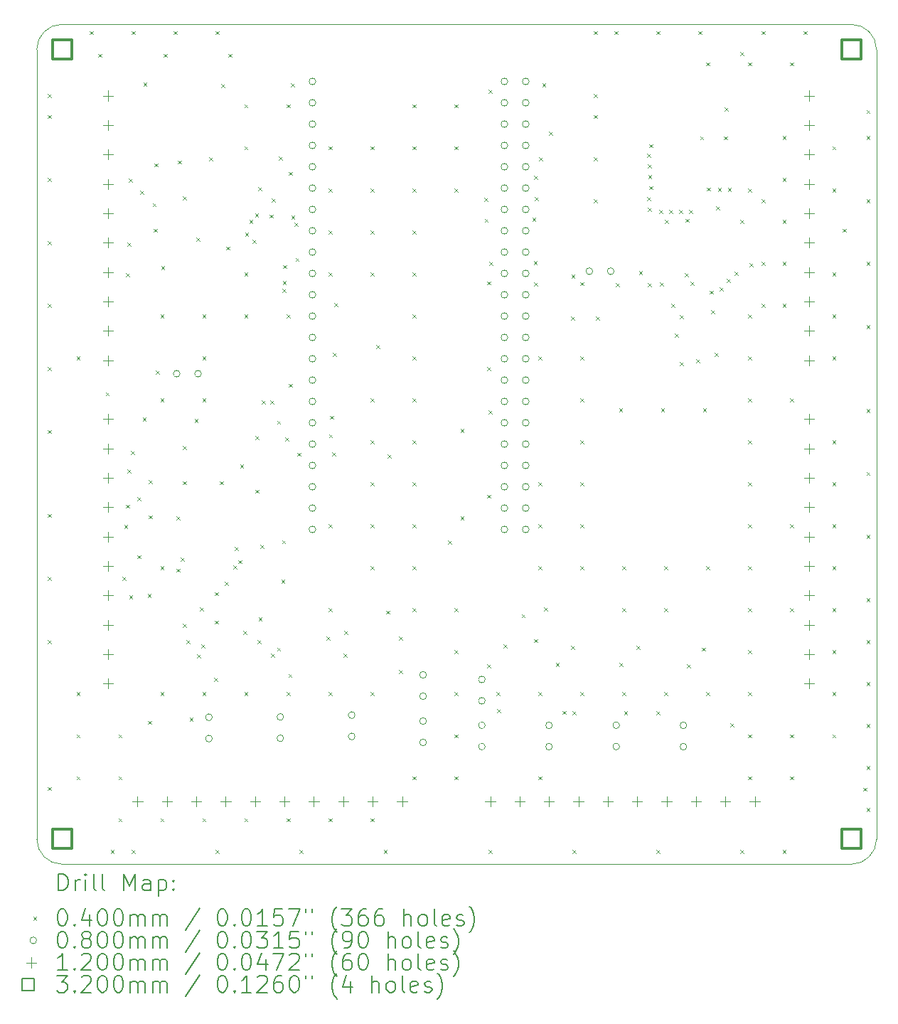
<source format=gbr>
%TF.GenerationSoftware,KiCad,Pcbnew,9.0.3*%
%TF.CreationDate,2025-08-04T14:08:22+02:00*%
%TF.ProjectId,esp-motioncontroller,6573702d-6d6f-4746-996f-6e636f6e7472,1.0.0*%
%TF.SameCoordinates,Original*%
%TF.FileFunction,Drillmap*%
%TF.FilePolarity,Positive*%
%FSLAX45Y45*%
G04 Gerber Fmt 4.5, Leading zero omitted, Abs format (unit mm)*
G04 Created by KiCad (PCBNEW 9.0.3) date 2025-08-04 14:08:22*
%MOMM*%
%LPD*%
G01*
G04 APERTURE LIST*
%ADD10C,0.050000*%
%ADD11C,0.200000*%
%ADD12C,0.100000*%
%ADD13C,0.120000*%
%ADD14C,0.320000*%
G04 APERTURE END LIST*
D10*
X15100000Y-4700000D02*
X15100000Y-14100000D01*
X5400000Y-4400000D02*
X14800000Y-4400000D01*
X15100000Y-14100000D02*
G75*
G02*
X14800000Y-14400000I-300000J0D01*
G01*
X5100000Y-14100000D02*
X5100000Y-4700000D01*
X14800000Y-4400000D02*
G75*
G02*
X15100000Y-4700000I0J-300000D01*
G01*
X5400000Y-14400000D02*
G75*
G02*
X5100000Y-14100000I0J300000D01*
G01*
X5100000Y-4700000D02*
G75*
G02*
X5400000Y-4400000I300000J0D01*
G01*
X14800000Y-14400000D02*
X5400000Y-14400000D01*
D11*
D12*
X5230000Y-5230000D02*
X5270000Y-5270000D01*
X5270000Y-5230000D02*
X5230000Y-5270000D01*
X5230000Y-5480000D02*
X5270000Y-5520000D01*
X5270000Y-5480000D02*
X5230000Y-5520000D01*
X5230000Y-6230000D02*
X5270000Y-6270000D01*
X5270000Y-6230000D02*
X5230000Y-6270000D01*
X5230000Y-6980000D02*
X5270000Y-7020000D01*
X5270000Y-6980000D02*
X5230000Y-7020000D01*
X5230000Y-7730000D02*
X5270000Y-7770000D01*
X5270000Y-7730000D02*
X5230000Y-7770000D01*
X5230000Y-8480000D02*
X5270000Y-8520000D01*
X5270000Y-8480000D02*
X5230000Y-8520000D01*
X5230000Y-9230000D02*
X5270000Y-9270000D01*
X5270000Y-9230000D02*
X5230000Y-9270000D01*
X5230000Y-10230000D02*
X5270000Y-10270000D01*
X5270000Y-10230000D02*
X5230000Y-10270000D01*
X5230000Y-10980000D02*
X5270000Y-11020000D01*
X5270000Y-10980000D02*
X5230000Y-11020000D01*
X5230000Y-11730000D02*
X5270000Y-11770000D01*
X5270000Y-11730000D02*
X5230000Y-11770000D01*
X5230000Y-13480000D02*
X5270000Y-13520000D01*
X5270000Y-13480000D02*
X5230000Y-13520000D01*
X5572500Y-8352688D02*
X5612500Y-8392688D01*
X5612500Y-8352688D02*
X5572500Y-8392688D01*
X5572500Y-12352688D02*
X5612500Y-12392688D01*
X5612500Y-12352688D02*
X5572500Y-12392688D01*
X5572500Y-12852688D02*
X5612500Y-12892688D01*
X5612500Y-12852688D02*
X5572500Y-12892688D01*
X5572500Y-13352688D02*
X5612500Y-13392688D01*
X5612500Y-13352688D02*
X5572500Y-13392688D01*
X5730000Y-4480000D02*
X5770000Y-4520000D01*
X5770000Y-4480000D02*
X5730000Y-4520000D01*
X5830237Y-4751366D02*
X5870237Y-4791366D01*
X5870237Y-4751366D02*
X5830237Y-4791366D01*
X5920000Y-8780000D02*
X5960000Y-8820000D01*
X5960000Y-8780000D02*
X5920000Y-8820000D01*
X5980000Y-14230000D02*
X6020000Y-14270000D01*
X6020000Y-14230000D02*
X5980000Y-14270000D01*
X6072500Y-12852688D02*
X6112500Y-12892688D01*
X6112500Y-12852688D02*
X6072500Y-12892688D01*
X6072500Y-13352688D02*
X6112500Y-13392688D01*
X6112500Y-13352688D02*
X6072500Y-13392688D01*
X6072500Y-13852688D02*
X6112500Y-13892688D01*
X6112500Y-13852688D02*
X6072500Y-13892688D01*
X6120000Y-10980000D02*
X6160000Y-11020000D01*
X6160000Y-10980000D02*
X6120000Y-11020000D01*
X6140000Y-10360000D02*
X6180000Y-10400000D01*
X6180000Y-10360000D02*
X6140000Y-10400000D01*
X6160000Y-7360000D02*
X6200000Y-7400000D01*
X6200000Y-7360000D02*
X6160000Y-7400000D01*
X6160000Y-10120000D02*
X6200000Y-10160000D01*
X6200000Y-10120000D02*
X6160000Y-10160000D01*
X6180000Y-7000000D02*
X6220000Y-7040000D01*
X6220000Y-7000000D02*
X6180000Y-7040000D01*
X6180000Y-9700000D02*
X6220000Y-9740000D01*
X6220000Y-9700000D02*
X6180000Y-9740000D01*
X6197931Y-6235227D02*
X6237931Y-6275227D01*
X6237931Y-6235227D02*
X6197931Y-6275227D01*
X6200000Y-11200000D02*
X6240000Y-11240000D01*
X6240000Y-11200000D02*
X6200000Y-11240000D01*
X6220000Y-9480000D02*
X6260000Y-9520000D01*
X6260000Y-9480000D02*
X6220000Y-9520000D01*
X6230000Y-4480000D02*
X6270000Y-4520000D01*
X6270000Y-4480000D02*
X6230000Y-4520000D01*
X6230000Y-14230000D02*
X6270000Y-14270000D01*
X6270000Y-14230000D02*
X6230000Y-14270000D01*
X6296427Y-10028221D02*
X6336427Y-10068221D01*
X6336427Y-10028221D02*
X6296427Y-10068221D01*
X6300000Y-10720000D02*
X6340000Y-10760000D01*
X6340000Y-10720000D02*
X6300000Y-10760000D01*
X6330000Y-6380000D02*
X6370000Y-6420000D01*
X6370000Y-6380000D02*
X6330000Y-6420000D01*
X6360000Y-9080000D02*
X6400000Y-9120000D01*
X6400000Y-9080000D02*
X6360000Y-9120000D01*
X6369541Y-5095603D02*
X6409541Y-5135603D01*
X6409541Y-5095603D02*
X6369541Y-5135603D01*
X6420000Y-11180000D02*
X6460000Y-11220000D01*
X6460000Y-11180000D02*
X6420000Y-11220000D01*
X6424236Y-12692237D02*
X6464236Y-12732237D01*
X6464236Y-12692237D02*
X6424236Y-12732237D01*
X6434504Y-10246237D02*
X6474504Y-10286237D01*
X6474504Y-10246237D02*
X6434504Y-10286237D01*
X6435500Y-9824500D02*
X6475500Y-9864500D01*
X6475500Y-9824500D02*
X6435500Y-9864500D01*
X6480000Y-6530000D02*
X6520000Y-6570000D01*
X6520000Y-6530000D02*
X6480000Y-6570000D01*
X6494772Y-6833096D02*
X6534772Y-6873096D01*
X6534772Y-6833096D02*
X6494772Y-6873096D01*
X6497674Y-6054194D02*
X6537674Y-6094194D01*
X6537674Y-6054194D02*
X6497674Y-6094194D01*
X6520000Y-8520000D02*
X6560000Y-8560000D01*
X6560000Y-8520000D02*
X6520000Y-8560000D01*
X6572500Y-7852688D02*
X6612500Y-7892688D01*
X6612500Y-7852688D02*
X6572500Y-7892688D01*
X6572500Y-8852688D02*
X6612500Y-8892688D01*
X6612500Y-8852688D02*
X6572500Y-8892688D01*
X6572500Y-10852688D02*
X6612500Y-10892688D01*
X6612500Y-10852688D02*
X6572500Y-10892688D01*
X6572500Y-12352688D02*
X6612500Y-12392688D01*
X6612500Y-12352688D02*
X6572500Y-12392688D01*
X6572500Y-13852688D02*
X6612500Y-13892688D01*
X6612500Y-13852688D02*
X6572500Y-13892688D01*
X6580000Y-7280000D02*
X6620000Y-7320000D01*
X6620000Y-7280000D02*
X6580000Y-7320000D01*
X6610506Y-4751366D02*
X6650506Y-4791366D01*
X6650506Y-4751366D02*
X6610506Y-4791366D01*
X6730000Y-4480000D02*
X6770000Y-4520000D01*
X6770000Y-4480000D02*
X6730000Y-4520000D01*
X6760000Y-10260000D02*
X6800000Y-10300000D01*
X6800000Y-10260000D02*
X6760000Y-10300000D01*
X6760000Y-10880000D02*
X6800000Y-10920000D01*
X6800000Y-10880000D02*
X6760000Y-10920000D01*
X6780000Y-6020000D02*
X6820000Y-6060000D01*
X6820000Y-6020000D02*
X6780000Y-6060000D01*
X6816186Y-10751688D02*
X6856186Y-10791688D01*
X6856186Y-10751688D02*
X6816186Y-10791688D01*
X6838067Y-6449805D02*
X6878067Y-6489805D01*
X6878067Y-6449805D02*
X6838067Y-6489805D01*
X6840000Y-9420000D02*
X6880000Y-9460000D01*
X6880000Y-9420000D02*
X6840000Y-9460000D01*
X6840000Y-9840000D02*
X6880000Y-9880000D01*
X6880000Y-9840000D02*
X6840000Y-9880000D01*
X6840000Y-11540000D02*
X6880000Y-11580000D01*
X6880000Y-11540000D02*
X6840000Y-11580000D01*
X6880000Y-11730000D02*
X6920000Y-11770000D01*
X6920000Y-11730000D02*
X6880000Y-11770000D01*
X6918960Y-12655207D02*
X6958960Y-12695207D01*
X6958960Y-12655207D02*
X6918960Y-12695207D01*
X6980000Y-9100000D02*
X7020000Y-9140000D01*
X7020000Y-9100000D02*
X6980000Y-9140000D01*
X7000000Y-6940000D02*
X7040000Y-6980000D01*
X7040000Y-6940000D02*
X7000000Y-6980000D01*
X7006500Y-11903500D02*
X7046500Y-11943500D01*
X7046500Y-11903500D02*
X7006500Y-11943500D01*
X7040000Y-11340000D02*
X7080000Y-11380000D01*
X7080000Y-11340000D02*
X7040000Y-11380000D01*
X7060000Y-11780000D02*
X7100000Y-11820000D01*
X7100000Y-11780000D02*
X7060000Y-11820000D01*
X7072500Y-7852688D02*
X7112500Y-7892688D01*
X7112500Y-7852688D02*
X7072500Y-7892688D01*
X7072500Y-8352688D02*
X7112500Y-8392688D01*
X7112500Y-8352688D02*
X7072500Y-8392688D01*
X7072500Y-8852688D02*
X7112500Y-8892688D01*
X7112500Y-8852688D02*
X7072500Y-8892688D01*
X7072500Y-12352688D02*
X7112500Y-12392688D01*
X7112500Y-12352688D02*
X7072500Y-12392688D01*
X7072500Y-13852688D02*
X7112500Y-13892688D01*
X7112500Y-13852688D02*
X7072500Y-13892688D01*
X7154622Y-5980000D02*
X7194622Y-6020000D01*
X7194622Y-5980000D02*
X7154622Y-6020000D01*
X7211778Y-12181685D02*
X7251778Y-12221685D01*
X7251778Y-12181685D02*
X7211778Y-12221685D01*
X7220000Y-11160000D02*
X7260000Y-11200000D01*
X7260000Y-11160000D02*
X7220000Y-11200000D01*
X7220000Y-11500000D02*
X7260000Y-11540000D01*
X7260000Y-11500000D02*
X7220000Y-11540000D01*
X7230000Y-4480000D02*
X7270000Y-4520000D01*
X7270000Y-4480000D02*
X7230000Y-4520000D01*
X7230000Y-14230000D02*
X7270000Y-14270000D01*
X7270000Y-14230000D02*
X7230000Y-14270000D01*
X7280000Y-9840000D02*
X7320000Y-9880000D01*
X7320000Y-9840000D02*
X7280000Y-9880000D01*
X7298979Y-5112815D02*
X7338979Y-5152815D01*
X7338979Y-5112815D02*
X7298979Y-5152815D01*
X7340000Y-11040000D02*
X7380000Y-11080000D01*
X7380000Y-11040000D02*
X7340000Y-11080000D01*
X7356573Y-7045966D02*
X7396573Y-7085966D01*
X7396573Y-7045966D02*
X7356573Y-7085966D01*
X7379301Y-4751366D02*
X7419301Y-4791366D01*
X7419301Y-4751366D02*
X7379301Y-4791366D01*
X7440000Y-10840000D02*
X7480000Y-10880000D01*
X7480000Y-10840000D02*
X7440000Y-10880000D01*
X7460000Y-10620000D02*
X7500000Y-10660000D01*
X7500000Y-10620000D02*
X7460000Y-10660000D01*
X7500000Y-10780000D02*
X7540000Y-10820000D01*
X7540000Y-10780000D02*
X7500000Y-10820000D01*
X7520000Y-9640000D02*
X7560000Y-9680000D01*
X7560000Y-9640000D02*
X7520000Y-9680000D01*
X7560000Y-11620000D02*
X7600000Y-11660000D01*
X7600000Y-11620000D02*
X7560000Y-11660000D01*
X7572500Y-5352688D02*
X7612500Y-5392688D01*
X7612500Y-5352688D02*
X7572500Y-5392688D01*
X7572500Y-5852688D02*
X7612500Y-5892688D01*
X7612500Y-5852688D02*
X7572500Y-5892688D01*
X7572500Y-7352688D02*
X7612500Y-7392688D01*
X7612500Y-7352688D02*
X7572500Y-7392688D01*
X7572500Y-7852688D02*
X7612500Y-7892688D01*
X7612500Y-7852688D02*
X7572500Y-7892688D01*
X7572500Y-12352688D02*
X7612500Y-12392688D01*
X7612500Y-12352688D02*
X7572500Y-12392688D01*
X7572500Y-13852688D02*
X7612500Y-13892688D01*
X7612500Y-13852688D02*
X7572500Y-13892688D01*
X7580000Y-6880000D02*
X7620000Y-6920000D01*
X7620000Y-6880000D02*
X7580000Y-6920000D01*
X7630000Y-6730000D02*
X7670000Y-6770000D01*
X7670000Y-6730000D02*
X7630000Y-6770000D01*
X7671796Y-6962730D02*
X7711796Y-7002730D01*
X7711796Y-6962730D02*
X7671796Y-7002730D01*
X7698995Y-6654000D02*
X7738995Y-6694000D01*
X7738995Y-6654000D02*
X7698995Y-6694000D01*
X7700000Y-9300000D02*
X7740000Y-9340000D01*
X7740000Y-9300000D02*
X7700000Y-9340000D01*
X7700000Y-9940000D02*
X7740000Y-9980000D01*
X7740000Y-9940000D02*
X7700000Y-9980000D01*
X7730000Y-11730000D02*
X7770000Y-11770000D01*
X7770000Y-11730000D02*
X7730000Y-11770000D01*
X7734105Y-6335569D02*
X7774105Y-6375569D01*
X7774105Y-6335569D02*
X7734105Y-6375569D01*
X7740000Y-11460000D02*
X7780000Y-11500000D01*
X7780000Y-11460000D02*
X7740000Y-11500000D01*
X7760000Y-10600000D02*
X7800000Y-10640000D01*
X7800000Y-10600000D02*
X7760000Y-10640000D01*
X7780000Y-8880000D02*
X7820000Y-8920000D01*
X7820000Y-8880000D02*
X7780000Y-8920000D01*
X7875055Y-6665450D02*
X7915055Y-6705450D01*
X7915055Y-6665450D02*
X7875055Y-6705450D01*
X7880000Y-8880000D02*
X7920000Y-8920000D01*
X7920000Y-8880000D02*
X7880000Y-8920000D01*
X7890000Y-11890000D02*
X7930000Y-11930000D01*
X7930000Y-11890000D02*
X7890000Y-11930000D01*
X7898415Y-6476842D02*
X7938415Y-6516842D01*
X7938415Y-6476842D02*
X7898415Y-6516842D01*
X7960000Y-9120000D02*
X8000000Y-9160000D01*
X8000000Y-9120000D02*
X7960000Y-9160000D01*
X7960000Y-11820000D02*
X8000000Y-11860000D01*
X8000000Y-11820000D02*
X7960000Y-11860000D01*
X7979439Y-5977460D02*
X8019439Y-6017460D01*
X8019439Y-5977460D02*
X7979439Y-6017460D01*
X8011656Y-11012022D02*
X8051656Y-11052022D01*
X8051656Y-11012022D02*
X8011656Y-11052022D01*
X8019570Y-10541139D02*
X8059570Y-10581139D01*
X8059570Y-10541139D02*
X8019570Y-10581139D01*
X8026528Y-7549267D02*
X8066528Y-7589267D01*
X8066528Y-7549267D02*
X8026528Y-7589267D01*
X8029448Y-7455828D02*
X8069448Y-7495828D01*
X8069448Y-7455828D02*
X8029448Y-7495828D01*
X8033029Y-7266663D02*
X8073029Y-7306663D01*
X8073029Y-7266663D02*
X8033029Y-7306663D01*
X8060000Y-9320000D02*
X8100000Y-9360000D01*
X8100000Y-9320000D02*
X8060000Y-9360000D01*
X8072500Y-5352688D02*
X8112500Y-5392688D01*
X8112500Y-5352688D02*
X8072500Y-5392688D01*
X8072500Y-7852688D02*
X8112500Y-7892688D01*
X8112500Y-7852688D02*
X8072500Y-7892688D01*
X8072500Y-12352688D02*
X8112500Y-12392688D01*
X8112500Y-12352688D02*
X8072500Y-12392688D01*
X8072500Y-13852688D02*
X8112500Y-13892688D01*
X8112500Y-13852688D02*
X8072500Y-13892688D01*
X8095706Y-12134201D02*
X8135706Y-12174201D01*
X8135706Y-12134201D02*
X8095706Y-12174201D01*
X8098149Y-6157504D02*
X8138149Y-6197504D01*
X8138149Y-6157504D02*
X8098149Y-6197504D01*
X8100000Y-8680000D02*
X8140000Y-8720000D01*
X8140000Y-8680000D02*
X8100000Y-8720000D01*
X8125146Y-5101340D02*
X8165146Y-5141340D01*
X8165146Y-5101340D02*
X8125146Y-5141340D01*
X8130000Y-6680000D02*
X8170000Y-6720000D01*
X8170000Y-6680000D02*
X8130000Y-6720000D01*
X8165753Y-6764079D02*
X8205753Y-6804079D01*
X8205753Y-6764079D02*
X8165753Y-6804079D01*
X8180000Y-7180000D02*
X8220000Y-7220000D01*
X8220000Y-7180000D02*
X8180000Y-7220000D01*
X8200000Y-9500000D02*
X8240000Y-9540000D01*
X8240000Y-9500000D02*
X8200000Y-9540000D01*
X8230000Y-14230000D02*
X8270000Y-14270000D01*
X8270000Y-14230000D02*
X8230000Y-14270000D01*
X8550000Y-11690000D02*
X8590000Y-11730000D01*
X8590000Y-11690000D02*
X8550000Y-11730000D01*
X8572500Y-5852688D02*
X8612500Y-5892688D01*
X8612500Y-5852688D02*
X8572500Y-5892688D01*
X8572500Y-6352688D02*
X8612500Y-6392688D01*
X8612500Y-6352688D02*
X8572500Y-6392688D01*
X8572500Y-6852688D02*
X8612500Y-6892688D01*
X8612500Y-6852688D02*
X8572500Y-6892688D01*
X8572500Y-7352688D02*
X8612500Y-7392688D01*
X8612500Y-7352688D02*
X8572500Y-7392688D01*
X8572500Y-10352688D02*
X8612500Y-10392688D01*
X8612500Y-10352688D02*
X8572500Y-10392688D01*
X8572500Y-11352688D02*
X8612500Y-11392688D01*
X8612500Y-11352688D02*
X8572500Y-11392688D01*
X8572500Y-12352688D02*
X8612500Y-12392688D01*
X8612500Y-12352688D02*
X8572500Y-12392688D01*
X8572500Y-13852688D02*
X8612500Y-13892688D01*
X8612500Y-13852688D02*
X8572500Y-13892688D01*
X8580000Y-9280000D02*
X8620000Y-9320000D01*
X8620000Y-9280000D02*
X8580000Y-9320000D01*
X8592775Y-9060000D02*
X8632775Y-9100000D01*
X8632775Y-9060000D02*
X8592775Y-9100000D01*
X8619484Y-9494971D02*
X8659484Y-9534971D01*
X8659484Y-9494971D02*
X8619484Y-9534971D01*
X8628388Y-8309849D02*
X8668388Y-8349849D01*
X8668388Y-8309849D02*
X8628388Y-8349849D01*
X8640000Y-7720000D02*
X8680000Y-7760000D01*
X8680000Y-7720000D02*
X8640000Y-7760000D01*
X8750000Y-11890000D02*
X8790000Y-11930000D01*
X8790000Y-11890000D02*
X8750000Y-11930000D01*
X8760000Y-11620000D02*
X8800000Y-11660000D01*
X8800000Y-11620000D02*
X8760000Y-11660000D01*
X9072500Y-5852688D02*
X9112500Y-5892688D01*
X9112500Y-5852688D02*
X9072500Y-5892688D01*
X9072500Y-6352688D02*
X9112500Y-6392688D01*
X9112500Y-6352688D02*
X9072500Y-6392688D01*
X9072500Y-6852688D02*
X9112500Y-6892688D01*
X9112500Y-6852688D02*
X9072500Y-6892688D01*
X9072500Y-7352688D02*
X9112500Y-7392688D01*
X9112500Y-7352688D02*
X9072500Y-7392688D01*
X9072500Y-8852688D02*
X9112500Y-8892688D01*
X9112500Y-8852688D02*
X9072500Y-8892688D01*
X9072500Y-9352688D02*
X9112500Y-9392688D01*
X9112500Y-9352688D02*
X9072500Y-9392688D01*
X9072500Y-9852688D02*
X9112500Y-9892688D01*
X9112500Y-9852688D02*
X9072500Y-9892688D01*
X9072500Y-10352688D02*
X9112500Y-10392688D01*
X9112500Y-10352688D02*
X9072500Y-10392688D01*
X9072500Y-10852688D02*
X9112500Y-10892688D01*
X9112500Y-10852688D02*
X9072500Y-10892688D01*
X9072500Y-12352688D02*
X9112500Y-12392688D01*
X9112500Y-12352688D02*
X9072500Y-12392688D01*
X9072500Y-13852688D02*
X9112500Y-13892688D01*
X9112500Y-13852688D02*
X9072500Y-13892688D01*
X9140000Y-8220000D02*
X9180000Y-8260000D01*
X9180000Y-8220000D02*
X9140000Y-8260000D01*
X9230000Y-14230000D02*
X9270000Y-14270000D01*
X9270000Y-14230000D02*
X9230000Y-14270000D01*
X9260000Y-11380000D02*
X9300000Y-11420000D01*
X9300000Y-11380000D02*
X9260000Y-11420000D01*
X9280000Y-9520000D02*
X9320000Y-9560000D01*
X9320000Y-9520000D02*
X9280000Y-9560000D01*
X9410000Y-11690000D02*
X9450000Y-11730000D01*
X9450000Y-11690000D02*
X9410000Y-11730000D01*
X9410000Y-12090000D02*
X9450000Y-12130000D01*
X9450000Y-12090000D02*
X9410000Y-12130000D01*
X9572500Y-5352688D02*
X9612500Y-5392688D01*
X9612500Y-5352688D02*
X9572500Y-5392688D01*
X9572500Y-5852688D02*
X9612500Y-5892688D01*
X9612500Y-5852688D02*
X9572500Y-5892688D01*
X9572500Y-6352688D02*
X9612500Y-6392688D01*
X9612500Y-6352688D02*
X9572500Y-6392688D01*
X9572500Y-6852688D02*
X9612500Y-6892688D01*
X9612500Y-6852688D02*
X9572500Y-6892688D01*
X9572500Y-7352688D02*
X9612500Y-7392688D01*
X9612500Y-7352688D02*
X9572500Y-7392688D01*
X9572500Y-7852688D02*
X9612500Y-7892688D01*
X9612500Y-7852688D02*
X9572500Y-7892688D01*
X9572500Y-8352688D02*
X9612500Y-8392688D01*
X9612500Y-8352688D02*
X9572500Y-8392688D01*
X9572500Y-8852688D02*
X9612500Y-8892688D01*
X9612500Y-8852688D02*
X9572500Y-8892688D01*
X9572500Y-9352688D02*
X9612500Y-9392688D01*
X9612500Y-9352688D02*
X9572500Y-9392688D01*
X9572500Y-9852688D02*
X9612500Y-9892688D01*
X9612500Y-9852688D02*
X9572500Y-9892688D01*
X9572500Y-10352688D02*
X9612500Y-10392688D01*
X9612500Y-10352688D02*
X9572500Y-10392688D01*
X9572500Y-10852688D02*
X9612500Y-10892688D01*
X9612500Y-10852688D02*
X9572500Y-10892688D01*
X9572500Y-11352688D02*
X9612500Y-11392688D01*
X9612500Y-11352688D02*
X9572500Y-11392688D01*
X9572500Y-13352688D02*
X9612500Y-13392688D01*
X9612500Y-13352688D02*
X9572500Y-13392688D01*
X9996165Y-10544715D02*
X10036165Y-10584715D01*
X10036165Y-10544715D02*
X9996165Y-10584715D01*
X10072500Y-5352688D02*
X10112500Y-5392688D01*
X10112500Y-5352688D02*
X10072500Y-5392688D01*
X10072500Y-5852688D02*
X10112500Y-5892688D01*
X10112500Y-5852688D02*
X10072500Y-5892688D01*
X10072500Y-6352688D02*
X10112500Y-6392688D01*
X10112500Y-6352688D02*
X10072500Y-6392688D01*
X10072500Y-11352688D02*
X10112500Y-11392688D01*
X10112500Y-11352688D02*
X10072500Y-11392688D01*
X10072500Y-11852688D02*
X10112500Y-11892688D01*
X10112500Y-11852688D02*
X10072500Y-11892688D01*
X10072500Y-12352688D02*
X10112500Y-12392688D01*
X10112500Y-12352688D02*
X10072500Y-12392688D01*
X10072500Y-12852688D02*
X10112500Y-12892688D01*
X10112500Y-12852688D02*
X10072500Y-12892688D01*
X10072500Y-13352688D02*
X10112500Y-13392688D01*
X10112500Y-13352688D02*
X10072500Y-13392688D01*
X10145000Y-9220000D02*
X10185000Y-9260000D01*
X10185000Y-9220000D02*
X10145000Y-9260000D01*
X10145000Y-10260000D02*
X10185000Y-10300000D01*
X10185000Y-10260000D02*
X10145000Y-10300000D01*
X10426286Y-6463611D02*
X10466286Y-6503611D01*
X10466286Y-6463611D02*
X10426286Y-6503611D01*
X10432516Y-6714893D02*
X10472516Y-6754893D01*
X10472516Y-6714893D02*
X10432516Y-6754893D01*
X10460000Y-7460000D02*
X10500000Y-7500000D01*
X10500000Y-7460000D02*
X10460000Y-7500000D01*
X10460000Y-8480000D02*
X10500000Y-8520000D01*
X10500000Y-8480000D02*
X10460000Y-8520000D01*
X10460000Y-10000000D02*
X10500000Y-10040000D01*
X10500000Y-10000000D02*
X10460000Y-10040000D01*
X10460000Y-12020000D02*
X10500000Y-12060000D01*
X10500000Y-12020000D02*
X10460000Y-12060000D01*
X10480000Y-5180000D02*
X10520000Y-5220000D01*
X10520000Y-5180000D02*
X10480000Y-5220000D01*
X10480000Y-9000000D02*
X10520000Y-9040000D01*
X10520000Y-9000000D02*
X10480000Y-9040000D01*
X10480000Y-14230000D02*
X10520000Y-14270000D01*
X10520000Y-14230000D02*
X10480000Y-14270000D01*
X10490458Y-7229254D02*
X10530458Y-7269254D01*
X10530458Y-7229254D02*
X10490458Y-7269254D01*
X10572500Y-12352688D02*
X10612500Y-12392688D01*
X10612500Y-12352688D02*
X10572500Y-12392688D01*
X10583871Y-12550322D02*
X10623871Y-12590322D01*
X10623871Y-12550322D02*
X10583871Y-12590322D01*
X10660000Y-11780000D02*
X10700000Y-11820000D01*
X10700000Y-11780000D02*
X10660000Y-11820000D01*
X10872516Y-11421852D02*
X10912516Y-11461852D01*
X10912516Y-11421852D02*
X10872516Y-11461852D01*
X11000000Y-6700000D02*
X11040000Y-6740000D01*
X11040000Y-6700000D02*
X11000000Y-6740000D01*
X11017699Y-7217081D02*
X11057699Y-7257081D01*
X11057699Y-7217081D02*
X11017699Y-7257081D01*
X11020468Y-7474593D02*
X11060468Y-7514593D01*
X11060468Y-7474593D02*
X11020468Y-7514593D01*
X11023237Y-6203087D02*
X11063237Y-6243087D01*
X11063237Y-6203087D02*
X11023237Y-6243087D01*
X11023527Y-11718495D02*
X11063527Y-11758495D01*
X11063527Y-11718495D02*
X11023527Y-11758495D01*
X11027390Y-6456445D02*
X11067390Y-6496445D01*
X11067390Y-6456445D02*
X11027390Y-6496445D01*
X11072500Y-8352688D02*
X11112500Y-8392688D01*
X11112500Y-8352688D02*
X11072500Y-8392688D01*
X11072500Y-9852688D02*
X11112500Y-9892688D01*
X11112500Y-9852688D02*
X11072500Y-9892688D01*
X11072500Y-10352688D02*
X11112500Y-10392688D01*
X11112500Y-10352688D02*
X11072500Y-10392688D01*
X11072500Y-10852688D02*
X11112500Y-10892688D01*
X11112500Y-10852688D02*
X11072500Y-10892688D01*
X11072500Y-12352688D02*
X11112500Y-12392688D01*
X11112500Y-12352688D02*
X11072500Y-12392688D01*
X11072500Y-13352688D02*
X11112500Y-13392688D01*
X11112500Y-13352688D02*
X11072500Y-13392688D01*
X11080000Y-5980000D02*
X11120000Y-6020000D01*
X11120000Y-5980000D02*
X11080000Y-6020000D01*
X11120000Y-5100000D02*
X11160000Y-5140000D01*
X11160000Y-5100000D02*
X11120000Y-5140000D01*
X11140000Y-11340000D02*
X11180000Y-11380000D01*
X11180000Y-11340000D02*
X11140000Y-11380000D01*
X11200000Y-5680000D02*
X11240000Y-5720000D01*
X11240000Y-5680000D02*
X11200000Y-5720000D01*
X11280000Y-12000000D02*
X11320000Y-12040000D01*
X11320000Y-12000000D02*
X11280000Y-12040000D01*
X11358455Y-12574064D02*
X11398455Y-12614064D01*
X11398455Y-12574064D02*
X11358455Y-12614064D01*
X11460000Y-7880000D02*
X11500000Y-7920000D01*
X11500000Y-7880000D02*
X11460000Y-7920000D01*
X11460000Y-11800000D02*
X11500000Y-11840000D01*
X11500000Y-11800000D02*
X11460000Y-11840000D01*
X11466943Y-7382335D02*
X11506943Y-7422335D01*
X11506943Y-7382335D02*
X11466943Y-7422335D01*
X11480000Y-12580000D02*
X11520000Y-12620000D01*
X11520000Y-12580000D02*
X11480000Y-12620000D01*
X11480000Y-14230000D02*
X11520000Y-14270000D01*
X11520000Y-14230000D02*
X11480000Y-14270000D01*
X11570214Y-7468394D02*
X11610214Y-7508394D01*
X11610214Y-7468394D02*
X11570214Y-7508394D01*
X11572500Y-8352688D02*
X11612500Y-8392688D01*
X11612500Y-8352688D02*
X11572500Y-8392688D01*
X11572500Y-8852688D02*
X11612500Y-8892688D01*
X11612500Y-8852688D02*
X11572500Y-8892688D01*
X11572500Y-9352688D02*
X11612500Y-9392688D01*
X11612500Y-9352688D02*
X11572500Y-9392688D01*
X11572500Y-9852688D02*
X11612500Y-9892688D01*
X11612500Y-9852688D02*
X11572500Y-9892688D01*
X11572500Y-10352688D02*
X11612500Y-10392688D01*
X11612500Y-10352688D02*
X11572500Y-10392688D01*
X11572500Y-10852688D02*
X11612500Y-10892688D01*
X11612500Y-10852688D02*
X11572500Y-10892688D01*
X11572500Y-12352688D02*
X11612500Y-12392688D01*
X11612500Y-12352688D02*
X11572500Y-12392688D01*
X11730000Y-4480000D02*
X11770000Y-4520000D01*
X11770000Y-4480000D02*
X11730000Y-4520000D01*
X11730000Y-5230000D02*
X11770000Y-5270000D01*
X11770000Y-5230000D02*
X11730000Y-5270000D01*
X11730000Y-5480000D02*
X11770000Y-5520000D01*
X11770000Y-5480000D02*
X11730000Y-5520000D01*
X11730000Y-5980000D02*
X11770000Y-6020000D01*
X11770000Y-5980000D02*
X11730000Y-6020000D01*
X11730000Y-6480000D02*
X11770000Y-6520000D01*
X11770000Y-6480000D02*
X11730000Y-6520000D01*
X11760000Y-7880000D02*
X11800000Y-7920000D01*
X11800000Y-7880000D02*
X11760000Y-7920000D01*
X11980000Y-4480000D02*
X12020000Y-4520000D01*
X12020000Y-4480000D02*
X11980000Y-4520000D01*
X11994772Y-7479868D02*
X12034772Y-7519868D01*
X12034772Y-7479868D02*
X11994772Y-7519868D01*
X12033574Y-8971962D02*
X12073574Y-9011962D01*
X12073574Y-8971962D02*
X12033574Y-9011962D01*
X12040000Y-12000000D02*
X12080000Y-12040000D01*
X12080000Y-12000000D02*
X12040000Y-12040000D01*
X12072500Y-10852688D02*
X12112500Y-10892688D01*
X12112500Y-10852688D02*
X12072500Y-10892688D01*
X12072500Y-11352688D02*
X12112500Y-11392688D01*
X12112500Y-11352688D02*
X12072500Y-11392688D01*
X12072500Y-12352688D02*
X12112500Y-12392688D01*
X12112500Y-12352688D02*
X12072500Y-12392688D01*
X12093434Y-12581319D02*
X12133434Y-12621319D01*
X12133434Y-12581319D02*
X12093434Y-12621319D01*
X12240000Y-11800000D02*
X12280000Y-11840000D01*
X12280000Y-11800000D02*
X12240000Y-11840000D01*
X12270161Y-7336436D02*
X12310161Y-7376436D01*
X12310161Y-7336436D02*
X12270161Y-7376436D01*
X12366104Y-5942711D02*
X12406104Y-5982711D01*
X12406104Y-5942711D02*
X12366104Y-5982711D01*
X12366104Y-6454391D02*
X12406104Y-6494391D01*
X12406104Y-6454391D02*
X12366104Y-6494391D01*
X12376144Y-6065514D02*
X12416144Y-6105514D01*
X12416144Y-6065514D02*
X12376144Y-6105514D01*
X12376144Y-6585514D02*
X12416144Y-6625514D01*
X12416144Y-6585514D02*
X12376144Y-6625514D01*
X12378004Y-7480000D02*
X12418004Y-7520000D01*
X12418004Y-7480000D02*
X12378004Y-7520000D01*
X12379704Y-6196001D02*
X12419704Y-6236001D01*
X12419704Y-6196001D02*
X12379704Y-6236001D01*
X12396144Y-5825514D02*
X12436144Y-5865514D01*
X12436144Y-5825514D02*
X12396144Y-5865514D01*
X12396144Y-6325514D02*
X12436144Y-6365514D01*
X12436144Y-6325514D02*
X12396144Y-6365514D01*
X12480000Y-4480000D02*
X12520000Y-4520000D01*
X12520000Y-4480000D02*
X12480000Y-4520000D01*
X12480000Y-12580000D02*
X12520000Y-12620000D01*
X12520000Y-12580000D02*
X12480000Y-12620000D01*
X12480000Y-14230000D02*
X12520000Y-14270000D01*
X12520000Y-14230000D02*
X12480000Y-14270000D01*
X12510000Y-6610000D02*
X12550000Y-6650000D01*
X12550000Y-6610000D02*
X12510000Y-6650000D01*
X12522601Y-7474131D02*
X12562601Y-7514131D01*
X12562601Y-7474131D02*
X12522601Y-7514131D01*
X12533574Y-8971962D02*
X12573574Y-9011962D01*
X12573574Y-8971962D02*
X12533574Y-9011962D01*
X12572500Y-10852688D02*
X12612500Y-10892688D01*
X12612500Y-10852688D02*
X12572500Y-10892688D01*
X12572500Y-11352688D02*
X12612500Y-11392688D01*
X12612500Y-11352688D02*
X12572500Y-11392688D01*
X12572500Y-12352688D02*
X12612500Y-12392688D01*
X12612500Y-12352688D02*
X12572500Y-12392688D01*
X12578596Y-6726380D02*
X12618596Y-6766380D01*
X12618596Y-6726380D02*
X12578596Y-6766380D01*
X12630000Y-6610000D02*
X12670000Y-6650000D01*
X12670000Y-6610000D02*
X12630000Y-6650000D01*
X12654639Y-7730000D02*
X12694639Y-7770000D01*
X12694639Y-7730000D02*
X12654639Y-7770000D01*
X12700000Y-8080000D02*
X12740000Y-8120000D01*
X12740000Y-8080000D02*
X12700000Y-8120000D01*
X12750000Y-6610000D02*
X12790000Y-6650000D01*
X12790000Y-6610000D02*
X12750000Y-6650000D01*
X12760000Y-7860000D02*
X12800000Y-7900000D01*
X12800000Y-7860000D02*
X12760000Y-7900000D01*
X12760000Y-8420000D02*
X12800000Y-8460000D01*
X12800000Y-8420000D02*
X12760000Y-8460000D01*
X12815202Y-7365123D02*
X12855202Y-7405123D01*
X12855202Y-7365123D02*
X12815202Y-7405123D01*
X12823386Y-6716181D02*
X12863386Y-6756181D01*
X12863386Y-6716181D02*
X12823386Y-6756181D01*
X12840000Y-12020000D02*
X12880000Y-12060000D01*
X12880000Y-12020000D02*
X12840000Y-12060000D01*
X12870000Y-6610000D02*
X12910000Y-6650000D01*
X12910000Y-6610000D02*
X12870000Y-6650000D01*
X12883214Y-7467360D02*
X12923214Y-7507360D01*
X12923214Y-7467360D02*
X12883214Y-7507360D01*
X12954639Y-8390000D02*
X12994639Y-8430000D01*
X12994639Y-8390000D02*
X12954639Y-8430000D01*
X12980000Y-4480000D02*
X13020000Y-4520000D01*
X13020000Y-4480000D02*
X12980000Y-4520000D01*
X12998381Y-5734267D02*
X13038381Y-5774267D01*
X13038381Y-5734267D02*
X12998381Y-5774267D01*
X13020000Y-11820000D02*
X13060000Y-11860000D01*
X13060000Y-11820000D02*
X13020000Y-11860000D01*
X13033574Y-8971962D02*
X13073574Y-9011962D01*
X13073574Y-8971962D02*
X13033574Y-9011962D01*
X13072500Y-4852688D02*
X13112500Y-4892688D01*
X13112500Y-4852688D02*
X13072500Y-4892688D01*
X13072500Y-10852688D02*
X13112500Y-10892688D01*
X13112500Y-10852688D02*
X13072500Y-10892688D01*
X13072500Y-12352688D02*
X13112500Y-12392688D01*
X13112500Y-12352688D02*
X13072500Y-12392688D01*
X13080963Y-6341793D02*
X13120963Y-6381793D01*
X13120963Y-6341793D02*
X13080963Y-6381793D01*
X13110000Y-7570000D02*
X13150000Y-7610000D01*
X13150000Y-7570000D02*
X13110000Y-7610000D01*
X13132537Y-7800264D02*
X13172537Y-7840264D01*
X13172537Y-7800264D02*
X13132537Y-7840264D01*
X13174639Y-8310000D02*
X13214639Y-8350000D01*
X13214639Y-8310000D02*
X13174639Y-8350000D01*
X13188872Y-6569986D02*
X13228872Y-6609986D01*
X13228872Y-6569986D02*
X13188872Y-6609986D01*
X13210000Y-6350000D02*
X13250000Y-6390000D01*
X13250000Y-6350000D02*
X13210000Y-6390000D01*
X13230000Y-7530000D02*
X13270000Y-7570000D01*
X13270000Y-7530000D02*
X13230000Y-7570000D01*
X13280000Y-5734267D02*
X13320000Y-5774267D01*
X13320000Y-5734267D02*
X13280000Y-5774267D01*
X13288644Y-5388644D02*
X13328644Y-5428644D01*
X13328644Y-5388644D02*
X13288644Y-5428644D01*
X13319246Y-7429112D02*
X13359246Y-7469112D01*
X13359246Y-7429112D02*
X13319246Y-7469112D01*
X13330000Y-6350000D02*
X13370000Y-6390000D01*
X13370000Y-6350000D02*
X13330000Y-6390000D01*
X13360000Y-12720000D02*
X13400000Y-12760000D01*
X13400000Y-12720000D02*
X13360000Y-12760000D01*
X13407420Y-7344924D02*
X13447420Y-7384924D01*
X13447420Y-7344924D02*
X13407420Y-7384924D01*
X13480000Y-4730000D02*
X13520000Y-4770000D01*
X13520000Y-4730000D02*
X13480000Y-4770000D01*
X13480000Y-6730000D02*
X13520000Y-6770000D01*
X13520000Y-6730000D02*
X13480000Y-6770000D01*
X13480000Y-14230000D02*
X13520000Y-14270000D01*
X13520000Y-14230000D02*
X13480000Y-14270000D01*
X13572500Y-4852688D02*
X13612500Y-4892688D01*
X13612500Y-4852688D02*
X13572500Y-4892688D01*
X13572500Y-6352688D02*
X13612500Y-6392688D01*
X13612500Y-6352688D02*
X13572500Y-6392688D01*
X13572500Y-7852688D02*
X13612500Y-7892688D01*
X13612500Y-7852688D02*
X13572500Y-7892688D01*
X13572500Y-8352688D02*
X13612500Y-8392688D01*
X13612500Y-8352688D02*
X13572500Y-8392688D01*
X13572500Y-8852688D02*
X13612500Y-8892688D01*
X13612500Y-8852688D02*
X13572500Y-8892688D01*
X13572500Y-9352688D02*
X13612500Y-9392688D01*
X13612500Y-9352688D02*
X13572500Y-9392688D01*
X13572500Y-9852688D02*
X13612500Y-9892688D01*
X13612500Y-9852688D02*
X13572500Y-9892688D01*
X13572500Y-10352688D02*
X13612500Y-10392688D01*
X13612500Y-10352688D02*
X13572500Y-10392688D01*
X13572500Y-10852688D02*
X13612500Y-10892688D01*
X13612500Y-10852688D02*
X13572500Y-10892688D01*
X13572500Y-11352688D02*
X13612500Y-11392688D01*
X13612500Y-11352688D02*
X13572500Y-11392688D01*
X13572500Y-11852688D02*
X13612500Y-11892688D01*
X13612500Y-11852688D02*
X13572500Y-11892688D01*
X13572500Y-12352688D02*
X13612500Y-12392688D01*
X13612500Y-12352688D02*
X13572500Y-12392688D01*
X13572500Y-12852688D02*
X13612500Y-12892688D01*
X13612500Y-12852688D02*
X13572500Y-12892688D01*
X13572500Y-13352688D02*
X13612500Y-13392688D01*
X13612500Y-13352688D02*
X13572500Y-13392688D01*
X13586986Y-7242969D02*
X13626986Y-7282969D01*
X13626986Y-7242969D02*
X13586986Y-7282969D01*
X13730000Y-4480000D02*
X13770000Y-4520000D01*
X13770000Y-4480000D02*
X13730000Y-4520000D01*
X13730000Y-6480000D02*
X13770000Y-6520000D01*
X13770000Y-6480000D02*
X13730000Y-6520000D01*
X13730000Y-7230000D02*
X13770000Y-7270000D01*
X13770000Y-7230000D02*
X13730000Y-7270000D01*
X13730000Y-7730000D02*
X13770000Y-7770000D01*
X13770000Y-7730000D02*
X13730000Y-7770000D01*
X13980000Y-5730000D02*
X14020000Y-5770000D01*
X14020000Y-5730000D02*
X13980000Y-5770000D01*
X13980000Y-6230000D02*
X14020000Y-6270000D01*
X14020000Y-6230000D02*
X13980000Y-6270000D01*
X13980000Y-6730000D02*
X14020000Y-6770000D01*
X14020000Y-6730000D02*
X13980000Y-6770000D01*
X13980000Y-7230000D02*
X14020000Y-7270000D01*
X14020000Y-7230000D02*
X13980000Y-7270000D01*
X13980000Y-7730000D02*
X14020000Y-7770000D01*
X14020000Y-7730000D02*
X13980000Y-7770000D01*
X13980000Y-14230000D02*
X14020000Y-14270000D01*
X14020000Y-14230000D02*
X13980000Y-14270000D01*
X14072500Y-4852688D02*
X14112500Y-4892688D01*
X14112500Y-4852688D02*
X14072500Y-4892688D01*
X14072500Y-8852688D02*
X14112500Y-8892688D01*
X14112500Y-8852688D02*
X14072500Y-8892688D01*
X14072500Y-10352688D02*
X14112500Y-10392688D01*
X14112500Y-10352688D02*
X14072500Y-10392688D01*
X14072500Y-11352688D02*
X14112500Y-11392688D01*
X14112500Y-11352688D02*
X14072500Y-11392688D01*
X14072500Y-12852688D02*
X14112500Y-12892688D01*
X14112500Y-12852688D02*
X14072500Y-12892688D01*
X14072500Y-13352688D02*
X14112500Y-13392688D01*
X14112500Y-13352688D02*
X14072500Y-13392688D01*
X14230000Y-4480000D02*
X14270000Y-4520000D01*
X14270000Y-4480000D02*
X14230000Y-4520000D01*
X14572500Y-5852688D02*
X14612500Y-5892688D01*
X14612500Y-5852688D02*
X14572500Y-5892688D01*
X14572500Y-6352688D02*
X14612500Y-6392688D01*
X14612500Y-6352688D02*
X14572500Y-6392688D01*
X14572500Y-7352688D02*
X14612500Y-7392688D01*
X14612500Y-7352688D02*
X14572500Y-7392688D01*
X14572500Y-7852688D02*
X14612500Y-7892688D01*
X14612500Y-7852688D02*
X14572500Y-7892688D01*
X14572500Y-8352688D02*
X14612500Y-8392688D01*
X14612500Y-8352688D02*
X14572500Y-8392688D01*
X14572500Y-9352688D02*
X14612500Y-9392688D01*
X14612500Y-9352688D02*
X14572500Y-9392688D01*
X14572500Y-9852688D02*
X14612500Y-9892688D01*
X14612500Y-9852688D02*
X14572500Y-9892688D01*
X14572500Y-10352688D02*
X14612500Y-10392688D01*
X14612500Y-10352688D02*
X14572500Y-10392688D01*
X14572500Y-10852688D02*
X14612500Y-10892688D01*
X14612500Y-10852688D02*
X14572500Y-10892688D01*
X14572500Y-11352688D02*
X14612500Y-11392688D01*
X14612500Y-11352688D02*
X14572500Y-11392688D01*
X14572500Y-11852688D02*
X14612500Y-11892688D01*
X14612500Y-11852688D02*
X14572500Y-11892688D01*
X14572500Y-12352688D02*
X14612500Y-12392688D01*
X14612500Y-12352688D02*
X14572500Y-12392688D01*
X14572500Y-12852688D02*
X14612500Y-12892688D01*
X14612500Y-12852688D02*
X14572500Y-12892688D01*
X14697357Y-6833271D02*
X14737357Y-6873271D01*
X14737357Y-6833271D02*
X14697357Y-6873271D01*
X14942279Y-13488903D02*
X14982279Y-13528903D01*
X14982279Y-13488903D02*
X14942279Y-13528903D01*
X14980000Y-5420000D02*
X15020000Y-5460000D01*
X15020000Y-5420000D02*
X14980000Y-5460000D01*
X14980000Y-5730000D02*
X15020000Y-5770000D01*
X15020000Y-5730000D02*
X14980000Y-5770000D01*
X14980000Y-6480000D02*
X15020000Y-6520000D01*
X15020000Y-6480000D02*
X14980000Y-6520000D01*
X14980000Y-7230000D02*
X15020000Y-7270000D01*
X15020000Y-7230000D02*
X14980000Y-7270000D01*
X14980000Y-7980000D02*
X15020000Y-8020000D01*
X15020000Y-7980000D02*
X14980000Y-8020000D01*
X14980000Y-8980000D02*
X15020000Y-9020000D01*
X15020000Y-8980000D02*
X14980000Y-9020000D01*
X14980000Y-9730000D02*
X15020000Y-9770000D01*
X15020000Y-9730000D02*
X14980000Y-9770000D01*
X14980000Y-10480000D02*
X15020000Y-10520000D01*
X15020000Y-10480000D02*
X14980000Y-10520000D01*
X14980000Y-11230000D02*
X15020000Y-11270000D01*
X15020000Y-11230000D02*
X14980000Y-11270000D01*
X14980000Y-11730000D02*
X15020000Y-11770000D01*
X15020000Y-11730000D02*
X14980000Y-11770000D01*
X14980000Y-12230000D02*
X15020000Y-12270000D01*
X15020000Y-12230000D02*
X14980000Y-12270000D01*
X14980000Y-12730000D02*
X15020000Y-12770000D01*
X15020000Y-12730000D02*
X14980000Y-12770000D01*
X14980000Y-13230000D02*
X15020000Y-13270000D01*
X15020000Y-13230000D02*
X14980000Y-13270000D01*
X14980000Y-13730000D02*
X15020000Y-13770000D01*
X15020000Y-13730000D02*
X14980000Y-13770000D01*
X6806000Y-8560000D02*
G75*
G02*
X6726000Y-8560000I-40000J0D01*
G01*
X6726000Y-8560000D02*
G75*
G02*
X6806000Y-8560000I40000J0D01*
G01*
X7060000Y-8560000D02*
G75*
G02*
X6980000Y-8560000I-40000J0D01*
G01*
X6980000Y-8560000D02*
G75*
G02*
X7060000Y-8560000I40000J0D01*
G01*
X7190000Y-12650000D02*
G75*
G02*
X7110000Y-12650000I-40000J0D01*
G01*
X7110000Y-12650000D02*
G75*
G02*
X7190000Y-12650000I40000J0D01*
G01*
X7190000Y-12904000D02*
G75*
G02*
X7110000Y-12904000I-40000J0D01*
G01*
X7110000Y-12904000D02*
G75*
G02*
X7190000Y-12904000I40000J0D01*
G01*
X8040000Y-12646000D02*
G75*
G02*
X7960000Y-12646000I-40000J0D01*
G01*
X7960000Y-12646000D02*
G75*
G02*
X8040000Y-12646000I40000J0D01*
G01*
X8040000Y-12900000D02*
G75*
G02*
X7960000Y-12900000I-40000J0D01*
G01*
X7960000Y-12900000D02*
G75*
G02*
X8040000Y-12900000I40000J0D01*
G01*
X8421632Y-9905728D02*
G75*
G02*
X8341632Y-9905728I-40000J0D01*
G01*
X8341632Y-9905728D02*
G75*
G02*
X8421632Y-9905728I40000J0D01*
G01*
X8421632Y-10159728D02*
G75*
G02*
X8341632Y-10159728I-40000J0D01*
G01*
X8341632Y-10159728D02*
G75*
G02*
X8421632Y-10159728I40000J0D01*
G01*
X8421632Y-10413728D02*
G75*
G02*
X8341632Y-10413728I-40000J0D01*
G01*
X8341632Y-10413728D02*
G75*
G02*
X8421632Y-10413728I40000J0D01*
G01*
X8422000Y-5080000D02*
G75*
G02*
X8342000Y-5080000I-40000J0D01*
G01*
X8342000Y-5080000D02*
G75*
G02*
X8422000Y-5080000I40000J0D01*
G01*
X8422000Y-5334000D02*
G75*
G02*
X8342000Y-5334000I-40000J0D01*
G01*
X8342000Y-5334000D02*
G75*
G02*
X8422000Y-5334000I40000J0D01*
G01*
X8422000Y-5588000D02*
G75*
G02*
X8342000Y-5588000I-40000J0D01*
G01*
X8342000Y-5588000D02*
G75*
G02*
X8422000Y-5588000I40000J0D01*
G01*
X8422000Y-5842000D02*
G75*
G02*
X8342000Y-5842000I-40000J0D01*
G01*
X8342000Y-5842000D02*
G75*
G02*
X8422000Y-5842000I40000J0D01*
G01*
X8422000Y-6096000D02*
G75*
G02*
X8342000Y-6096000I-40000J0D01*
G01*
X8342000Y-6096000D02*
G75*
G02*
X8422000Y-6096000I40000J0D01*
G01*
X8422000Y-6350000D02*
G75*
G02*
X8342000Y-6350000I-40000J0D01*
G01*
X8342000Y-6350000D02*
G75*
G02*
X8422000Y-6350000I40000J0D01*
G01*
X8422000Y-6604000D02*
G75*
G02*
X8342000Y-6604000I-40000J0D01*
G01*
X8342000Y-6604000D02*
G75*
G02*
X8422000Y-6604000I40000J0D01*
G01*
X8422000Y-6858000D02*
G75*
G02*
X8342000Y-6858000I-40000J0D01*
G01*
X8342000Y-6858000D02*
G75*
G02*
X8422000Y-6858000I40000J0D01*
G01*
X8422000Y-7112000D02*
G75*
G02*
X8342000Y-7112000I-40000J0D01*
G01*
X8342000Y-7112000D02*
G75*
G02*
X8422000Y-7112000I40000J0D01*
G01*
X8422000Y-7366000D02*
G75*
G02*
X8342000Y-7366000I-40000J0D01*
G01*
X8342000Y-7366000D02*
G75*
G02*
X8422000Y-7366000I40000J0D01*
G01*
X8422000Y-7620000D02*
G75*
G02*
X8342000Y-7620000I-40000J0D01*
G01*
X8342000Y-7620000D02*
G75*
G02*
X8422000Y-7620000I40000J0D01*
G01*
X8422000Y-7874000D02*
G75*
G02*
X8342000Y-7874000I-40000J0D01*
G01*
X8342000Y-7874000D02*
G75*
G02*
X8422000Y-7874000I40000J0D01*
G01*
X8422000Y-8128000D02*
G75*
G02*
X8342000Y-8128000I-40000J0D01*
G01*
X8342000Y-8128000D02*
G75*
G02*
X8422000Y-8128000I40000J0D01*
G01*
X8422000Y-8382000D02*
G75*
G02*
X8342000Y-8382000I-40000J0D01*
G01*
X8342000Y-8382000D02*
G75*
G02*
X8422000Y-8382000I40000J0D01*
G01*
X8422000Y-8636000D02*
G75*
G02*
X8342000Y-8636000I-40000J0D01*
G01*
X8342000Y-8636000D02*
G75*
G02*
X8422000Y-8636000I40000J0D01*
G01*
X8422000Y-8890000D02*
G75*
G02*
X8342000Y-8890000I-40000J0D01*
G01*
X8342000Y-8890000D02*
G75*
G02*
X8422000Y-8890000I40000J0D01*
G01*
X8422000Y-9144000D02*
G75*
G02*
X8342000Y-9144000I-40000J0D01*
G01*
X8342000Y-9144000D02*
G75*
G02*
X8422000Y-9144000I40000J0D01*
G01*
X8422000Y-9398000D02*
G75*
G02*
X8342000Y-9398000I-40000J0D01*
G01*
X8342000Y-9398000D02*
G75*
G02*
X8422000Y-9398000I40000J0D01*
G01*
X8422000Y-9652000D02*
G75*
G02*
X8342000Y-9652000I-40000J0D01*
G01*
X8342000Y-9652000D02*
G75*
G02*
X8422000Y-9652000I40000J0D01*
G01*
X8890000Y-12625000D02*
G75*
G02*
X8810000Y-12625000I-40000J0D01*
G01*
X8810000Y-12625000D02*
G75*
G02*
X8890000Y-12625000I40000J0D01*
G01*
X8890000Y-12879000D02*
G75*
G02*
X8810000Y-12879000I-40000J0D01*
G01*
X8810000Y-12879000D02*
G75*
G02*
X8890000Y-12879000I40000J0D01*
G01*
X9740000Y-12146000D02*
G75*
G02*
X9660000Y-12146000I-40000J0D01*
G01*
X9660000Y-12146000D02*
G75*
G02*
X9740000Y-12146000I40000J0D01*
G01*
X9740000Y-12400000D02*
G75*
G02*
X9660000Y-12400000I-40000J0D01*
G01*
X9660000Y-12400000D02*
G75*
G02*
X9740000Y-12400000I40000J0D01*
G01*
X9740000Y-12695000D02*
G75*
G02*
X9660000Y-12695000I-40000J0D01*
G01*
X9660000Y-12695000D02*
G75*
G02*
X9740000Y-12695000I40000J0D01*
G01*
X9740000Y-12949000D02*
G75*
G02*
X9660000Y-12949000I-40000J0D01*
G01*
X9660000Y-12949000D02*
G75*
G02*
X9740000Y-12949000I40000J0D01*
G01*
X10440000Y-12200000D02*
G75*
G02*
X10360000Y-12200000I-40000J0D01*
G01*
X10360000Y-12200000D02*
G75*
G02*
X10440000Y-12200000I40000J0D01*
G01*
X10440000Y-12454000D02*
G75*
G02*
X10360000Y-12454000I-40000J0D01*
G01*
X10360000Y-12454000D02*
G75*
G02*
X10440000Y-12454000I40000J0D01*
G01*
X10440000Y-12746000D02*
G75*
G02*
X10360000Y-12746000I-40000J0D01*
G01*
X10360000Y-12746000D02*
G75*
G02*
X10440000Y-12746000I40000J0D01*
G01*
X10440000Y-13000000D02*
G75*
G02*
X10360000Y-13000000I-40000J0D01*
G01*
X10360000Y-13000000D02*
G75*
G02*
X10440000Y-13000000I40000J0D01*
G01*
X10708000Y-5080000D02*
G75*
G02*
X10628000Y-5080000I-40000J0D01*
G01*
X10628000Y-5080000D02*
G75*
G02*
X10708000Y-5080000I40000J0D01*
G01*
X10708000Y-5334000D02*
G75*
G02*
X10628000Y-5334000I-40000J0D01*
G01*
X10628000Y-5334000D02*
G75*
G02*
X10708000Y-5334000I40000J0D01*
G01*
X10708000Y-5588000D02*
G75*
G02*
X10628000Y-5588000I-40000J0D01*
G01*
X10628000Y-5588000D02*
G75*
G02*
X10708000Y-5588000I40000J0D01*
G01*
X10708000Y-5842000D02*
G75*
G02*
X10628000Y-5842000I-40000J0D01*
G01*
X10628000Y-5842000D02*
G75*
G02*
X10708000Y-5842000I40000J0D01*
G01*
X10708000Y-6096000D02*
G75*
G02*
X10628000Y-6096000I-40000J0D01*
G01*
X10628000Y-6096000D02*
G75*
G02*
X10708000Y-6096000I40000J0D01*
G01*
X10708000Y-6350000D02*
G75*
G02*
X10628000Y-6350000I-40000J0D01*
G01*
X10628000Y-6350000D02*
G75*
G02*
X10708000Y-6350000I40000J0D01*
G01*
X10708000Y-6604000D02*
G75*
G02*
X10628000Y-6604000I-40000J0D01*
G01*
X10628000Y-6604000D02*
G75*
G02*
X10708000Y-6604000I40000J0D01*
G01*
X10708000Y-6858000D02*
G75*
G02*
X10628000Y-6858000I-40000J0D01*
G01*
X10628000Y-6858000D02*
G75*
G02*
X10708000Y-6858000I40000J0D01*
G01*
X10708000Y-7112000D02*
G75*
G02*
X10628000Y-7112000I-40000J0D01*
G01*
X10628000Y-7112000D02*
G75*
G02*
X10708000Y-7112000I40000J0D01*
G01*
X10708000Y-7366000D02*
G75*
G02*
X10628000Y-7366000I-40000J0D01*
G01*
X10628000Y-7366000D02*
G75*
G02*
X10708000Y-7366000I40000J0D01*
G01*
X10708000Y-7620000D02*
G75*
G02*
X10628000Y-7620000I-40000J0D01*
G01*
X10628000Y-7620000D02*
G75*
G02*
X10708000Y-7620000I40000J0D01*
G01*
X10708000Y-7874000D02*
G75*
G02*
X10628000Y-7874000I-40000J0D01*
G01*
X10628000Y-7874000D02*
G75*
G02*
X10708000Y-7874000I40000J0D01*
G01*
X10708000Y-8128000D02*
G75*
G02*
X10628000Y-8128000I-40000J0D01*
G01*
X10628000Y-8128000D02*
G75*
G02*
X10708000Y-8128000I40000J0D01*
G01*
X10708000Y-8382000D02*
G75*
G02*
X10628000Y-8382000I-40000J0D01*
G01*
X10628000Y-8382000D02*
G75*
G02*
X10708000Y-8382000I40000J0D01*
G01*
X10708000Y-8636000D02*
G75*
G02*
X10628000Y-8636000I-40000J0D01*
G01*
X10628000Y-8636000D02*
G75*
G02*
X10708000Y-8636000I40000J0D01*
G01*
X10708000Y-8890000D02*
G75*
G02*
X10628000Y-8890000I-40000J0D01*
G01*
X10628000Y-8890000D02*
G75*
G02*
X10708000Y-8890000I40000J0D01*
G01*
X10708000Y-9144000D02*
G75*
G02*
X10628000Y-9144000I-40000J0D01*
G01*
X10628000Y-9144000D02*
G75*
G02*
X10708000Y-9144000I40000J0D01*
G01*
X10708000Y-9398000D02*
G75*
G02*
X10628000Y-9398000I-40000J0D01*
G01*
X10628000Y-9398000D02*
G75*
G02*
X10708000Y-9398000I40000J0D01*
G01*
X10708000Y-9652000D02*
G75*
G02*
X10628000Y-9652000I-40000J0D01*
G01*
X10628000Y-9652000D02*
G75*
G02*
X10708000Y-9652000I40000J0D01*
G01*
X10708000Y-9906000D02*
G75*
G02*
X10628000Y-9906000I-40000J0D01*
G01*
X10628000Y-9906000D02*
G75*
G02*
X10708000Y-9906000I40000J0D01*
G01*
X10708000Y-10160000D02*
G75*
G02*
X10628000Y-10160000I-40000J0D01*
G01*
X10628000Y-10160000D02*
G75*
G02*
X10708000Y-10160000I40000J0D01*
G01*
X10708000Y-10414000D02*
G75*
G02*
X10628000Y-10414000I-40000J0D01*
G01*
X10628000Y-10414000D02*
G75*
G02*
X10708000Y-10414000I40000J0D01*
G01*
X10962000Y-5080000D02*
G75*
G02*
X10882000Y-5080000I-40000J0D01*
G01*
X10882000Y-5080000D02*
G75*
G02*
X10962000Y-5080000I40000J0D01*
G01*
X10962000Y-5334000D02*
G75*
G02*
X10882000Y-5334000I-40000J0D01*
G01*
X10882000Y-5334000D02*
G75*
G02*
X10962000Y-5334000I40000J0D01*
G01*
X10962000Y-5588000D02*
G75*
G02*
X10882000Y-5588000I-40000J0D01*
G01*
X10882000Y-5588000D02*
G75*
G02*
X10962000Y-5588000I40000J0D01*
G01*
X10962000Y-5842000D02*
G75*
G02*
X10882000Y-5842000I-40000J0D01*
G01*
X10882000Y-5842000D02*
G75*
G02*
X10962000Y-5842000I40000J0D01*
G01*
X10962000Y-6096000D02*
G75*
G02*
X10882000Y-6096000I-40000J0D01*
G01*
X10882000Y-6096000D02*
G75*
G02*
X10962000Y-6096000I40000J0D01*
G01*
X10962000Y-6350000D02*
G75*
G02*
X10882000Y-6350000I-40000J0D01*
G01*
X10882000Y-6350000D02*
G75*
G02*
X10962000Y-6350000I40000J0D01*
G01*
X10962000Y-6604000D02*
G75*
G02*
X10882000Y-6604000I-40000J0D01*
G01*
X10882000Y-6604000D02*
G75*
G02*
X10962000Y-6604000I40000J0D01*
G01*
X10962000Y-6858000D02*
G75*
G02*
X10882000Y-6858000I-40000J0D01*
G01*
X10882000Y-6858000D02*
G75*
G02*
X10962000Y-6858000I40000J0D01*
G01*
X10962000Y-7112000D02*
G75*
G02*
X10882000Y-7112000I-40000J0D01*
G01*
X10882000Y-7112000D02*
G75*
G02*
X10962000Y-7112000I40000J0D01*
G01*
X10962000Y-7366000D02*
G75*
G02*
X10882000Y-7366000I-40000J0D01*
G01*
X10882000Y-7366000D02*
G75*
G02*
X10962000Y-7366000I40000J0D01*
G01*
X10962000Y-7620000D02*
G75*
G02*
X10882000Y-7620000I-40000J0D01*
G01*
X10882000Y-7620000D02*
G75*
G02*
X10962000Y-7620000I40000J0D01*
G01*
X10962000Y-7874000D02*
G75*
G02*
X10882000Y-7874000I-40000J0D01*
G01*
X10882000Y-7874000D02*
G75*
G02*
X10962000Y-7874000I40000J0D01*
G01*
X10962000Y-8128000D02*
G75*
G02*
X10882000Y-8128000I-40000J0D01*
G01*
X10882000Y-8128000D02*
G75*
G02*
X10962000Y-8128000I40000J0D01*
G01*
X10962000Y-8382000D02*
G75*
G02*
X10882000Y-8382000I-40000J0D01*
G01*
X10882000Y-8382000D02*
G75*
G02*
X10962000Y-8382000I40000J0D01*
G01*
X10962000Y-8636000D02*
G75*
G02*
X10882000Y-8636000I-40000J0D01*
G01*
X10882000Y-8636000D02*
G75*
G02*
X10962000Y-8636000I40000J0D01*
G01*
X10962000Y-8890000D02*
G75*
G02*
X10882000Y-8890000I-40000J0D01*
G01*
X10882000Y-8890000D02*
G75*
G02*
X10962000Y-8890000I40000J0D01*
G01*
X10962000Y-9144000D02*
G75*
G02*
X10882000Y-9144000I-40000J0D01*
G01*
X10882000Y-9144000D02*
G75*
G02*
X10962000Y-9144000I40000J0D01*
G01*
X10962000Y-9398000D02*
G75*
G02*
X10882000Y-9398000I-40000J0D01*
G01*
X10882000Y-9398000D02*
G75*
G02*
X10962000Y-9398000I40000J0D01*
G01*
X10962000Y-9652000D02*
G75*
G02*
X10882000Y-9652000I-40000J0D01*
G01*
X10882000Y-9652000D02*
G75*
G02*
X10962000Y-9652000I40000J0D01*
G01*
X10962000Y-9906000D02*
G75*
G02*
X10882000Y-9906000I-40000J0D01*
G01*
X10882000Y-9906000D02*
G75*
G02*
X10962000Y-9906000I40000J0D01*
G01*
X10962000Y-10160000D02*
G75*
G02*
X10882000Y-10160000I-40000J0D01*
G01*
X10882000Y-10160000D02*
G75*
G02*
X10962000Y-10160000I40000J0D01*
G01*
X10962000Y-10414000D02*
G75*
G02*
X10882000Y-10414000I-40000J0D01*
G01*
X10882000Y-10414000D02*
G75*
G02*
X10962000Y-10414000I40000J0D01*
G01*
X11240000Y-12746000D02*
G75*
G02*
X11160000Y-12746000I-40000J0D01*
G01*
X11160000Y-12746000D02*
G75*
G02*
X11240000Y-12746000I40000J0D01*
G01*
X11240000Y-13000000D02*
G75*
G02*
X11160000Y-13000000I-40000J0D01*
G01*
X11160000Y-13000000D02*
G75*
G02*
X11240000Y-13000000I40000J0D01*
G01*
X11720000Y-7340000D02*
G75*
G02*
X11640000Y-7340000I-40000J0D01*
G01*
X11640000Y-7340000D02*
G75*
G02*
X11720000Y-7340000I40000J0D01*
G01*
X11974000Y-7340000D02*
G75*
G02*
X11894000Y-7340000I-40000J0D01*
G01*
X11894000Y-7340000D02*
G75*
G02*
X11974000Y-7340000I40000J0D01*
G01*
X12040000Y-12746000D02*
G75*
G02*
X11960000Y-12746000I-40000J0D01*
G01*
X11960000Y-12746000D02*
G75*
G02*
X12040000Y-12746000I40000J0D01*
G01*
X12040000Y-13000000D02*
G75*
G02*
X11960000Y-13000000I-40000J0D01*
G01*
X11960000Y-13000000D02*
G75*
G02*
X12040000Y-13000000I40000J0D01*
G01*
X12840000Y-12746000D02*
G75*
G02*
X12760000Y-12746000I-40000J0D01*
G01*
X12760000Y-12746000D02*
G75*
G02*
X12840000Y-12746000I40000J0D01*
G01*
X12840000Y-13000000D02*
G75*
G02*
X12760000Y-13000000I-40000J0D01*
G01*
X12760000Y-13000000D02*
G75*
G02*
X12840000Y-13000000I40000J0D01*
G01*
D13*
X5950000Y-5190000D02*
X5950000Y-5310000D01*
X5890000Y-5250000D02*
X6010000Y-5250000D01*
X5950000Y-5540000D02*
X5950000Y-5660000D01*
X5890000Y-5600000D02*
X6010000Y-5600000D01*
X5950000Y-5890000D02*
X5950000Y-6010000D01*
X5890000Y-5950000D02*
X6010000Y-5950000D01*
X5950000Y-6240000D02*
X5950000Y-6360000D01*
X5890000Y-6300000D02*
X6010000Y-6300000D01*
X5950000Y-6590000D02*
X5950000Y-6710000D01*
X5890000Y-6650000D02*
X6010000Y-6650000D01*
X5950000Y-6940000D02*
X5950000Y-7060000D01*
X5890000Y-7000000D02*
X6010000Y-7000000D01*
X5950000Y-7290000D02*
X5950000Y-7410000D01*
X5890000Y-7350000D02*
X6010000Y-7350000D01*
X5950000Y-7640000D02*
X5950000Y-7760000D01*
X5890000Y-7700000D02*
X6010000Y-7700000D01*
X5950000Y-7990000D02*
X5950000Y-8110000D01*
X5890000Y-8050000D02*
X6010000Y-8050000D01*
X5950000Y-8340000D02*
X5950000Y-8460000D01*
X5890000Y-8400000D02*
X6010000Y-8400000D01*
X5950000Y-9040000D02*
X5950000Y-9160000D01*
X5890000Y-9100000D02*
X6010000Y-9100000D01*
X5950000Y-9390000D02*
X5950000Y-9510000D01*
X5890000Y-9450000D02*
X6010000Y-9450000D01*
X5950000Y-9740000D02*
X5950000Y-9860000D01*
X5890000Y-9800000D02*
X6010000Y-9800000D01*
X5950000Y-10090000D02*
X5950000Y-10210000D01*
X5890000Y-10150000D02*
X6010000Y-10150000D01*
X5950000Y-10440000D02*
X5950000Y-10560000D01*
X5890000Y-10500000D02*
X6010000Y-10500000D01*
X5950000Y-10790000D02*
X5950000Y-10910000D01*
X5890000Y-10850000D02*
X6010000Y-10850000D01*
X5950000Y-11140000D02*
X5950000Y-11260000D01*
X5890000Y-11200000D02*
X6010000Y-11200000D01*
X5950000Y-11490000D02*
X5950000Y-11610000D01*
X5890000Y-11550000D02*
X6010000Y-11550000D01*
X5950000Y-11840000D02*
X5950000Y-11960000D01*
X5890000Y-11900000D02*
X6010000Y-11900000D01*
X5950000Y-12190000D02*
X5950000Y-12310000D01*
X5890000Y-12250000D02*
X6010000Y-12250000D01*
X6300000Y-13590000D02*
X6300000Y-13710000D01*
X6240000Y-13650000D02*
X6360000Y-13650000D01*
X6650000Y-13590000D02*
X6650000Y-13710000D01*
X6590000Y-13650000D02*
X6710000Y-13650000D01*
X7000000Y-13590000D02*
X7000000Y-13710000D01*
X6940000Y-13650000D02*
X7060000Y-13650000D01*
X7350000Y-13590000D02*
X7350000Y-13710000D01*
X7290000Y-13650000D02*
X7410000Y-13650000D01*
X7700000Y-13590000D02*
X7700000Y-13710000D01*
X7640000Y-13650000D02*
X7760000Y-13650000D01*
X8050000Y-13590000D02*
X8050000Y-13710000D01*
X7990000Y-13650000D02*
X8110000Y-13650000D01*
X8400000Y-13590000D02*
X8400000Y-13710000D01*
X8340000Y-13650000D02*
X8460000Y-13650000D01*
X8750000Y-13590000D02*
X8750000Y-13710000D01*
X8690000Y-13650000D02*
X8810000Y-13650000D01*
X9100000Y-13590000D02*
X9100000Y-13710000D01*
X9040000Y-13650000D02*
X9160000Y-13650000D01*
X9450000Y-13590000D02*
X9450000Y-13710000D01*
X9390000Y-13650000D02*
X9510000Y-13650000D01*
X10500000Y-13590000D02*
X10500000Y-13710000D01*
X10440000Y-13650000D02*
X10560000Y-13650000D01*
X10850000Y-13590000D02*
X10850000Y-13710000D01*
X10790000Y-13650000D02*
X10910000Y-13650000D01*
X11200000Y-13590000D02*
X11200000Y-13710000D01*
X11140000Y-13650000D02*
X11260000Y-13650000D01*
X11550000Y-13590000D02*
X11550000Y-13710000D01*
X11490000Y-13650000D02*
X11610000Y-13650000D01*
X11900000Y-13590000D02*
X11900000Y-13710000D01*
X11840000Y-13650000D02*
X11960000Y-13650000D01*
X12250000Y-13590000D02*
X12250000Y-13710000D01*
X12190000Y-13650000D02*
X12310000Y-13650000D01*
X12600000Y-13590000D02*
X12600000Y-13710000D01*
X12540000Y-13650000D02*
X12660000Y-13650000D01*
X12950000Y-13590000D02*
X12950000Y-13710000D01*
X12890000Y-13650000D02*
X13010000Y-13650000D01*
X13300000Y-13590000D02*
X13300000Y-13710000D01*
X13240000Y-13650000D02*
X13360000Y-13650000D01*
X13650000Y-13590000D02*
X13650000Y-13710000D01*
X13590000Y-13650000D02*
X13710000Y-13650000D01*
X14300000Y-5190000D02*
X14300000Y-5310000D01*
X14240000Y-5250000D02*
X14360000Y-5250000D01*
X14300000Y-5540000D02*
X14300000Y-5660000D01*
X14240000Y-5600000D02*
X14360000Y-5600000D01*
X14300000Y-5890000D02*
X14300000Y-6010000D01*
X14240000Y-5950000D02*
X14360000Y-5950000D01*
X14300000Y-6240000D02*
X14300000Y-6360000D01*
X14240000Y-6300000D02*
X14360000Y-6300000D01*
X14300000Y-6590000D02*
X14300000Y-6710000D01*
X14240000Y-6650000D02*
X14360000Y-6650000D01*
X14300000Y-6940000D02*
X14300000Y-7060000D01*
X14240000Y-7000000D02*
X14360000Y-7000000D01*
X14300000Y-7290000D02*
X14300000Y-7410000D01*
X14240000Y-7350000D02*
X14360000Y-7350000D01*
X14300000Y-7640000D02*
X14300000Y-7760000D01*
X14240000Y-7700000D02*
X14360000Y-7700000D01*
X14300000Y-7990000D02*
X14300000Y-8110000D01*
X14240000Y-8050000D02*
X14360000Y-8050000D01*
X14300000Y-8340000D02*
X14300000Y-8460000D01*
X14240000Y-8400000D02*
X14360000Y-8400000D01*
X14300000Y-9040000D02*
X14300000Y-9160000D01*
X14240000Y-9100000D02*
X14360000Y-9100000D01*
X14300000Y-9390000D02*
X14300000Y-9510000D01*
X14240000Y-9450000D02*
X14360000Y-9450000D01*
X14300000Y-9740000D02*
X14300000Y-9860000D01*
X14240000Y-9800000D02*
X14360000Y-9800000D01*
X14300000Y-10090000D02*
X14300000Y-10210000D01*
X14240000Y-10150000D02*
X14360000Y-10150000D01*
X14300000Y-10440000D02*
X14300000Y-10560000D01*
X14240000Y-10500000D02*
X14360000Y-10500000D01*
X14300000Y-10790000D02*
X14300000Y-10910000D01*
X14240000Y-10850000D02*
X14360000Y-10850000D01*
X14300000Y-11140000D02*
X14300000Y-11260000D01*
X14240000Y-11200000D02*
X14360000Y-11200000D01*
X14300000Y-11490000D02*
X14300000Y-11610000D01*
X14240000Y-11550000D02*
X14360000Y-11550000D01*
X14300000Y-11840000D02*
X14300000Y-11960000D01*
X14240000Y-11900000D02*
X14360000Y-11900000D01*
X14300000Y-12190000D02*
X14300000Y-12310000D01*
X14240000Y-12250000D02*
X14360000Y-12250000D01*
D14*
X5513138Y-4813138D02*
X5513138Y-4586862D01*
X5286862Y-4586862D01*
X5286862Y-4813138D01*
X5513138Y-4813138D01*
X5513138Y-14213138D02*
X5513138Y-13986862D01*
X5286862Y-13986862D01*
X5286862Y-14213138D01*
X5513138Y-14213138D01*
X14913138Y-4813138D02*
X14913138Y-4586862D01*
X14686862Y-4586862D01*
X14686862Y-4813138D01*
X14913138Y-4813138D01*
X14913138Y-14213138D02*
X14913138Y-13986862D01*
X14686862Y-13986862D01*
X14686862Y-14213138D01*
X14913138Y-14213138D01*
D11*
X5358277Y-14713984D02*
X5358277Y-14513984D01*
X5358277Y-14513984D02*
X5405896Y-14513984D01*
X5405896Y-14513984D02*
X5434467Y-14523508D01*
X5434467Y-14523508D02*
X5453515Y-14542555D01*
X5453515Y-14542555D02*
X5463039Y-14561603D01*
X5463039Y-14561603D02*
X5472563Y-14599698D01*
X5472563Y-14599698D02*
X5472563Y-14628269D01*
X5472563Y-14628269D02*
X5463039Y-14666365D01*
X5463039Y-14666365D02*
X5453515Y-14685412D01*
X5453515Y-14685412D02*
X5434467Y-14704460D01*
X5434467Y-14704460D02*
X5405896Y-14713984D01*
X5405896Y-14713984D02*
X5358277Y-14713984D01*
X5558277Y-14713984D02*
X5558277Y-14580650D01*
X5558277Y-14618746D02*
X5567801Y-14599698D01*
X5567801Y-14599698D02*
X5577324Y-14590174D01*
X5577324Y-14590174D02*
X5596372Y-14580650D01*
X5596372Y-14580650D02*
X5615420Y-14580650D01*
X5682086Y-14713984D02*
X5682086Y-14580650D01*
X5682086Y-14513984D02*
X5672562Y-14523508D01*
X5672562Y-14523508D02*
X5682086Y-14533031D01*
X5682086Y-14533031D02*
X5691610Y-14523508D01*
X5691610Y-14523508D02*
X5682086Y-14513984D01*
X5682086Y-14513984D02*
X5682086Y-14533031D01*
X5805896Y-14713984D02*
X5786848Y-14704460D01*
X5786848Y-14704460D02*
X5777324Y-14685412D01*
X5777324Y-14685412D02*
X5777324Y-14513984D01*
X5910658Y-14713984D02*
X5891610Y-14704460D01*
X5891610Y-14704460D02*
X5882086Y-14685412D01*
X5882086Y-14685412D02*
X5882086Y-14513984D01*
X6139229Y-14713984D02*
X6139229Y-14513984D01*
X6139229Y-14513984D02*
X6205896Y-14656841D01*
X6205896Y-14656841D02*
X6272562Y-14513984D01*
X6272562Y-14513984D02*
X6272562Y-14713984D01*
X6453515Y-14713984D02*
X6453515Y-14609222D01*
X6453515Y-14609222D02*
X6443991Y-14590174D01*
X6443991Y-14590174D02*
X6424943Y-14580650D01*
X6424943Y-14580650D02*
X6386848Y-14580650D01*
X6386848Y-14580650D02*
X6367801Y-14590174D01*
X6453515Y-14704460D02*
X6434467Y-14713984D01*
X6434467Y-14713984D02*
X6386848Y-14713984D01*
X6386848Y-14713984D02*
X6367801Y-14704460D01*
X6367801Y-14704460D02*
X6358277Y-14685412D01*
X6358277Y-14685412D02*
X6358277Y-14666365D01*
X6358277Y-14666365D02*
X6367801Y-14647317D01*
X6367801Y-14647317D02*
X6386848Y-14637793D01*
X6386848Y-14637793D02*
X6434467Y-14637793D01*
X6434467Y-14637793D02*
X6453515Y-14628269D01*
X6548753Y-14580650D02*
X6548753Y-14780650D01*
X6548753Y-14590174D02*
X6567801Y-14580650D01*
X6567801Y-14580650D02*
X6605896Y-14580650D01*
X6605896Y-14580650D02*
X6624943Y-14590174D01*
X6624943Y-14590174D02*
X6634467Y-14599698D01*
X6634467Y-14599698D02*
X6643991Y-14618746D01*
X6643991Y-14618746D02*
X6643991Y-14675888D01*
X6643991Y-14675888D02*
X6634467Y-14694936D01*
X6634467Y-14694936D02*
X6624943Y-14704460D01*
X6624943Y-14704460D02*
X6605896Y-14713984D01*
X6605896Y-14713984D02*
X6567801Y-14713984D01*
X6567801Y-14713984D02*
X6548753Y-14704460D01*
X6729705Y-14694936D02*
X6739229Y-14704460D01*
X6739229Y-14704460D02*
X6729705Y-14713984D01*
X6729705Y-14713984D02*
X6720182Y-14704460D01*
X6720182Y-14704460D02*
X6729705Y-14694936D01*
X6729705Y-14694936D02*
X6729705Y-14713984D01*
X6729705Y-14590174D02*
X6739229Y-14599698D01*
X6739229Y-14599698D02*
X6729705Y-14609222D01*
X6729705Y-14609222D02*
X6720182Y-14599698D01*
X6720182Y-14599698D02*
X6729705Y-14590174D01*
X6729705Y-14590174D02*
X6729705Y-14609222D01*
D12*
X5057500Y-15022500D02*
X5097500Y-15062500D01*
X5097500Y-15022500D02*
X5057500Y-15062500D01*
D11*
X5396372Y-14933984D02*
X5415420Y-14933984D01*
X5415420Y-14933984D02*
X5434467Y-14943508D01*
X5434467Y-14943508D02*
X5443991Y-14953031D01*
X5443991Y-14953031D02*
X5453515Y-14972079D01*
X5453515Y-14972079D02*
X5463039Y-15010174D01*
X5463039Y-15010174D02*
X5463039Y-15057793D01*
X5463039Y-15057793D02*
X5453515Y-15095888D01*
X5453515Y-15095888D02*
X5443991Y-15114936D01*
X5443991Y-15114936D02*
X5434467Y-15124460D01*
X5434467Y-15124460D02*
X5415420Y-15133984D01*
X5415420Y-15133984D02*
X5396372Y-15133984D01*
X5396372Y-15133984D02*
X5377324Y-15124460D01*
X5377324Y-15124460D02*
X5367801Y-15114936D01*
X5367801Y-15114936D02*
X5358277Y-15095888D01*
X5358277Y-15095888D02*
X5348753Y-15057793D01*
X5348753Y-15057793D02*
X5348753Y-15010174D01*
X5348753Y-15010174D02*
X5358277Y-14972079D01*
X5358277Y-14972079D02*
X5367801Y-14953031D01*
X5367801Y-14953031D02*
X5377324Y-14943508D01*
X5377324Y-14943508D02*
X5396372Y-14933984D01*
X5548753Y-15114936D02*
X5558277Y-15124460D01*
X5558277Y-15124460D02*
X5548753Y-15133984D01*
X5548753Y-15133984D02*
X5539229Y-15124460D01*
X5539229Y-15124460D02*
X5548753Y-15114936D01*
X5548753Y-15114936D02*
X5548753Y-15133984D01*
X5729705Y-15000650D02*
X5729705Y-15133984D01*
X5682086Y-14924460D02*
X5634467Y-15067317D01*
X5634467Y-15067317D02*
X5758277Y-15067317D01*
X5872562Y-14933984D02*
X5891610Y-14933984D01*
X5891610Y-14933984D02*
X5910658Y-14943508D01*
X5910658Y-14943508D02*
X5920182Y-14953031D01*
X5920182Y-14953031D02*
X5929705Y-14972079D01*
X5929705Y-14972079D02*
X5939229Y-15010174D01*
X5939229Y-15010174D02*
X5939229Y-15057793D01*
X5939229Y-15057793D02*
X5929705Y-15095888D01*
X5929705Y-15095888D02*
X5920182Y-15114936D01*
X5920182Y-15114936D02*
X5910658Y-15124460D01*
X5910658Y-15124460D02*
X5891610Y-15133984D01*
X5891610Y-15133984D02*
X5872562Y-15133984D01*
X5872562Y-15133984D02*
X5853515Y-15124460D01*
X5853515Y-15124460D02*
X5843991Y-15114936D01*
X5843991Y-15114936D02*
X5834467Y-15095888D01*
X5834467Y-15095888D02*
X5824943Y-15057793D01*
X5824943Y-15057793D02*
X5824943Y-15010174D01*
X5824943Y-15010174D02*
X5834467Y-14972079D01*
X5834467Y-14972079D02*
X5843991Y-14953031D01*
X5843991Y-14953031D02*
X5853515Y-14943508D01*
X5853515Y-14943508D02*
X5872562Y-14933984D01*
X6063039Y-14933984D02*
X6082086Y-14933984D01*
X6082086Y-14933984D02*
X6101134Y-14943508D01*
X6101134Y-14943508D02*
X6110658Y-14953031D01*
X6110658Y-14953031D02*
X6120182Y-14972079D01*
X6120182Y-14972079D02*
X6129705Y-15010174D01*
X6129705Y-15010174D02*
X6129705Y-15057793D01*
X6129705Y-15057793D02*
X6120182Y-15095888D01*
X6120182Y-15095888D02*
X6110658Y-15114936D01*
X6110658Y-15114936D02*
X6101134Y-15124460D01*
X6101134Y-15124460D02*
X6082086Y-15133984D01*
X6082086Y-15133984D02*
X6063039Y-15133984D01*
X6063039Y-15133984D02*
X6043991Y-15124460D01*
X6043991Y-15124460D02*
X6034467Y-15114936D01*
X6034467Y-15114936D02*
X6024943Y-15095888D01*
X6024943Y-15095888D02*
X6015420Y-15057793D01*
X6015420Y-15057793D02*
X6015420Y-15010174D01*
X6015420Y-15010174D02*
X6024943Y-14972079D01*
X6024943Y-14972079D02*
X6034467Y-14953031D01*
X6034467Y-14953031D02*
X6043991Y-14943508D01*
X6043991Y-14943508D02*
X6063039Y-14933984D01*
X6215420Y-15133984D02*
X6215420Y-15000650D01*
X6215420Y-15019698D02*
X6224943Y-15010174D01*
X6224943Y-15010174D02*
X6243991Y-15000650D01*
X6243991Y-15000650D02*
X6272563Y-15000650D01*
X6272563Y-15000650D02*
X6291610Y-15010174D01*
X6291610Y-15010174D02*
X6301134Y-15029222D01*
X6301134Y-15029222D02*
X6301134Y-15133984D01*
X6301134Y-15029222D02*
X6310658Y-15010174D01*
X6310658Y-15010174D02*
X6329705Y-15000650D01*
X6329705Y-15000650D02*
X6358277Y-15000650D01*
X6358277Y-15000650D02*
X6377324Y-15010174D01*
X6377324Y-15010174D02*
X6386848Y-15029222D01*
X6386848Y-15029222D02*
X6386848Y-15133984D01*
X6482086Y-15133984D02*
X6482086Y-15000650D01*
X6482086Y-15019698D02*
X6491610Y-15010174D01*
X6491610Y-15010174D02*
X6510658Y-15000650D01*
X6510658Y-15000650D02*
X6539229Y-15000650D01*
X6539229Y-15000650D02*
X6558277Y-15010174D01*
X6558277Y-15010174D02*
X6567801Y-15029222D01*
X6567801Y-15029222D02*
X6567801Y-15133984D01*
X6567801Y-15029222D02*
X6577324Y-15010174D01*
X6577324Y-15010174D02*
X6596372Y-15000650D01*
X6596372Y-15000650D02*
X6624943Y-15000650D01*
X6624943Y-15000650D02*
X6643991Y-15010174D01*
X6643991Y-15010174D02*
X6653515Y-15029222D01*
X6653515Y-15029222D02*
X6653515Y-15133984D01*
X7043991Y-14924460D02*
X6872563Y-15181603D01*
X7301134Y-14933984D02*
X7320182Y-14933984D01*
X7320182Y-14933984D02*
X7339229Y-14943508D01*
X7339229Y-14943508D02*
X7348753Y-14953031D01*
X7348753Y-14953031D02*
X7358277Y-14972079D01*
X7358277Y-14972079D02*
X7367801Y-15010174D01*
X7367801Y-15010174D02*
X7367801Y-15057793D01*
X7367801Y-15057793D02*
X7358277Y-15095888D01*
X7358277Y-15095888D02*
X7348753Y-15114936D01*
X7348753Y-15114936D02*
X7339229Y-15124460D01*
X7339229Y-15124460D02*
X7320182Y-15133984D01*
X7320182Y-15133984D02*
X7301134Y-15133984D01*
X7301134Y-15133984D02*
X7282086Y-15124460D01*
X7282086Y-15124460D02*
X7272563Y-15114936D01*
X7272563Y-15114936D02*
X7263039Y-15095888D01*
X7263039Y-15095888D02*
X7253515Y-15057793D01*
X7253515Y-15057793D02*
X7253515Y-15010174D01*
X7253515Y-15010174D02*
X7263039Y-14972079D01*
X7263039Y-14972079D02*
X7272563Y-14953031D01*
X7272563Y-14953031D02*
X7282086Y-14943508D01*
X7282086Y-14943508D02*
X7301134Y-14933984D01*
X7453515Y-15114936D02*
X7463039Y-15124460D01*
X7463039Y-15124460D02*
X7453515Y-15133984D01*
X7453515Y-15133984D02*
X7443991Y-15124460D01*
X7443991Y-15124460D02*
X7453515Y-15114936D01*
X7453515Y-15114936D02*
X7453515Y-15133984D01*
X7586848Y-14933984D02*
X7605896Y-14933984D01*
X7605896Y-14933984D02*
X7624944Y-14943508D01*
X7624944Y-14943508D02*
X7634467Y-14953031D01*
X7634467Y-14953031D02*
X7643991Y-14972079D01*
X7643991Y-14972079D02*
X7653515Y-15010174D01*
X7653515Y-15010174D02*
X7653515Y-15057793D01*
X7653515Y-15057793D02*
X7643991Y-15095888D01*
X7643991Y-15095888D02*
X7634467Y-15114936D01*
X7634467Y-15114936D02*
X7624944Y-15124460D01*
X7624944Y-15124460D02*
X7605896Y-15133984D01*
X7605896Y-15133984D02*
X7586848Y-15133984D01*
X7586848Y-15133984D02*
X7567801Y-15124460D01*
X7567801Y-15124460D02*
X7558277Y-15114936D01*
X7558277Y-15114936D02*
X7548753Y-15095888D01*
X7548753Y-15095888D02*
X7539229Y-15057793D01*
X7539229Y-15057793D02*
X7539229Y-15010174D01*
X7539229Y-15010174D02*
X7548753Y-14972079D01*
X7548753Y-14972079D02*
X7558277Y-14953031D01*
X7558277Y-14953031D02*
X7567801Y-14943508D01*
X7567801Y-14943508D02*
X7586848Y-14933984D01*
X7843991Y-15133984D02*
X7729706Y-15133984D01*
X7786848Y-15133984D02*
X7786848Y-14933984D01*
X7786848Y-14933984D02*
X7767801Y-14962555D01*
X7767801Y-14962555D02*
X7748753Y-14981603D01*
X7748753Y-14981603D02*
X7729706Y-14991127D01*
X8024944Y-14933984D02*
X7929706Y-14933984D01*
X7929706Y-14933984D02*
X7920182Y-15029222D01*
X7920182Y-15029222D02*
X7929706Y-15019698D01*
X7929706Y-15019698D02*
X7948753Y-15010174D01*
X7948753Y-15010174D02*
X7996372Y-15010174D01*
X7996372Y-15010174D02*
X8015420Y-15019698D01*
X8015420Y-15019698D02*
X8024944Y-15029222D01*
X8024944Y-15029222D02*
X8034467Y-15048269D01*
X8034467Y-15048269D02*
X8034467Y-15095888D01*
X8034467Y-15095888D02*
X8024944Y-15114936D01*
X8024944Y-15114936D02*
X8015420Y-15124460D01*
X8015420Y-15124460D02*
X7996372Y-15133984D01*
X7996372Y-15133984D02*
X7948753Y-15133984D01*
X7948753Y-15133984D02*
X7929706Y-15124460D01*
X7929706Y-15124460D02*
X7920182Y-15114936D01*
X8101134Y-14933984D02*
X8234467Y-14933984D01*
X8234467Y-14933984D02*
X8148753Y-15133984D01*
X8301134Y-14933984D02*
X8301134Y-14972079D01*
X8377325Y-14933984D02*
X8377325Y-14972079D01*
X8672563Y-15210174D02*
X8663039Y-15200650D01*
X8663039Y-15200650D02*
X8643991Y-15172079D01*
X8643991Y-15172079D02*
X8634468Y-15153031D01*
X8634468Y-15153031D02*
X8624944Y-15124460D01*
X8624944Y-15124460D02*
X8615420Y-15076841D01*
X8615420Y-15076841D02*
X8615420Y-15038746D01*
X8615420Y-15038746D02*
X8624944Y-14991127D01*
X8624944Y-14991127D02*
X8634468Y-14962555D01*
X8634468Y-14962555D02*
X8643991Y-14943508D01*
X8643991Y-14943508D02*
X8663039Y-14914936D01*
X8663039Y-14914936D02*
X8672563Y-14905412D01*
X8729706Y-14933984D02*
X8853515Y-14933984D01*
X8853515Y-14933984D02*
X8786849Y-15010174D01*
X8786849Y-15010174D02*
X8815420Y-15010174D01*
X8815420Y-15010174D02*
X8834468Y-15019698D01*
X8834468Y-15019698D02*
X8843991Y-15029222D01*
X8843991Y-15029222D02*
X8853515Y-15048269D01*
X8853515Y-15048269D02*
X8853515Y-15095888D01*
X8853515Y-15095888D02*
X8843991Y-15114936D01*
X8843991Y-15114936D02*
X8834468Y-15124460D01*
X8834468Y-15124460D02*
X8815420Y-15133984D01*
X8815420Y-15133984D02*
X8758277Y-15133984D01*
X8758277Y-15133984D02*
X8739230Y-15124460D01*
X8739230Y-15124460D02*
X8729706Y-15114936D01*
X9024944Y-14933984D02*
X8986849Y-14933984D01*
X8986849Y-14933984D02*
X8967801Y-14943508D01*
X8967801Y-14943508D02*
X8958277Y-14953031D01*
X8958277Y-14953031D02*
X8939230Y-14981603D01*
X8939230Y-14981603D02*
X8929706Y-15019698D01*
X8929706Y-15019698D02*
X8929706Y-15095888D01*
X8929706Y-15095888D02*
X8939230Y-15114936D01*
X8939230Y-15114936D02*
X8948753Y-15124460D01*
X8948753Y-15124460D02*
X8967801Y-15133984D01*
X8967801Y-15133984D02*
X9005896Y-15133984D01*
X9005896Y-15133984D02*
X9024944Y-15124460D01*
X9024944Y-15124460D02*
X9034468Y-15114936D01*
X9034468Y-15114936D02*
X9043991Y-15095888D01*
X9043991Y-15095888D02*
X9043991Y-15048269D01*
X9043991Y-15048269D02*
X9034468Y-15029222D01*
X9034468Y-15029222D02*
X9024944Y-15019698D01*
X9024944Y-15019698D02*
X9005896Y-15010174D01*
X9005896Y-15010174D02*
X8967801Y-15010174D01*
X8967801Y-15010174D02*
X8948753Y-15019698D01*
X8948753Y-15019698D02*
X8939230Y-15029222D01*
X8939230Y-15029222D02*
X8929706Y-15048269D01*
X9215420Y-14933984D02*
X9177325Y-14933984D01*
X9177325Y-14933984D02*
X9158277Y-14943508D01*
X9158277Y-14943508D02*
X9148753Y-14953031D01*
X9148753Y-14953031D02*
X9129706Y-14981603D01*
X9129706Y-14981603D02*
X9120182Y-15019698D01*
X9120182Y-15019698D02*
X9120182Y-15095888D01*
X9120182Y-15095888D02*
X9129706Y-15114936D01*
X9129706Y-15114936D02*
X9139230Y-15124460D01*
X9139230Y-15124460D02*
X9158277Y-15133984D01*
X9158277Y-15133984D02*
X9196372Y-15133984D01*
X9196372Y-15133984D02*
X9215420Y-15124460D01*
X9215420Y-15124460D02*
X9224944Y-15114936D01*
X9224944Y-15114936D02*
X9234468Y-15095888D01*
X9234468Y-15095888D02*
X9234468Y-15048269D01*
X9234468Y-15048269D02*
X9224944Y-15029222D01*
X9224944Y-15029222D02*
X9215420Y-15019698D01*
X9215420Y-15019698D02*
X9196372Y-15010174D01*
X9196372Y-15010174D02*
X9158277Y-15010174D01*
X9158277Y-15010174D02*
X9139230Y-15019698D01*
X9139230Y-15019698D02*
X9129706Y-15029222D01*
X9129706Y-15029222D02*
X9120182Y-15048269D01*
X9472563Y-15133984D02*
X9472563Y-14933984D01*
X9558277Y-15133984D02*
X9558277Y-15029222D01*
X9558277Y-15029222D02*
X9548753Y-15010174D01*
X9548753Y-15010174D02*
X9529706Y-15000650D01*
X9529706Y-15000650D02*
X9501134Y-15000650D01*
X9501134Y-15000650D02*
X9482087Y-15010174D01*
X9482087Y-15010174D02*
X9472563Y-15019698D01*
X9682087Y-15133984D02*
X9663039Y-15124460D01*
X9663039Y-15124460D02*
X9653515Y-15114936D01*
X9653515Y-15114936D02*
X9643992Y-15095888D01*
X9643992Y-15095888D02*
X9643992Y-15038746D01*
X9643992Y-15038746D02*
X9653515Y-15019698D01*
X9653515Y-15019698D02*
X9663039Y-15010174D01*
X9663039Y-15010174D02*
X9682087Y-15000650D01*
X9682087Y-15000650D02*
X9710658Y-15000650D01*
X9710658Y-15000650D02*
X9729706Y-15010174D01*
X9729706Y-15010174D02*
X9739230Y-15019698D01*
X9739230Y-15019698D02*
X9748753Y-15038746D01*
X9748753Y-15038746D02*
X9748753Y-15095888D01*
X9748753Y-15095888D02*
X9739230Y-15114936D01*
X9739230Y-15114936D02*
X9729706Y-15124460D01*
X9729706Y-15124460D02*
X9710658Y-15133984D01*
X9710658Y-15133984D02*
X9682087Y-15133984D01*
X9863039Y-15133984D02*
X9843992Y-15124460D01*
X9843992Y-15124460D02*
X9834468Y-15105412D01*
X9834468Y-15105412D02*
X9834468Y-14933984D01*
X10015420Y-15124460D02*
X9996373Y-15133984D01*
X9996373Y-15133984D02*
X9958277Y-15133984D01*
X9958277Y-15133984D02*
X9939230Y-15124460D01*
X9939230Y-15124460D02*
X9929706Y-15105412D01*
X9929706Y-15105412D02*
X9929706Y-15029222D01*
X9929706Y-15029222D02*
X9939230Y-15010174D01*
X9939230Y-15010174D02*
X9958277Y-15000650D01*
X9958277Y-15000650D02*
X9996373Y-15000650D01*
X9996373Y-15000650D02*
X10015420Y-15010174D01*
X10015420Y-15010174D02*
X10024944Y-15029222D01*
X10024944Y-15029222D02*
X10024944Y-15048269D01*
X10024944Y-15048269D02*
X9929706Y-15067317D01*
X10101134Y-15124460D02*
X10120182Y-15133984D01*
X10120182Y-15133984D02*
X10158277Y-15133984D01*
X10158277Y-15133984D02*
X10177325Y-15124460D01*
X10177325Y-15124460D02*
X10186849Y-15105412D01*
X10186849Y-15105412D02*
X10186849Y-15095888D01*
X10186849Y-15095888D02*
X10177325Y-15076841D01*
X10177325Y-15076841D02*
X10158277Y-15067317D01*
X10158277Y-15067317D02*
X10129706Y-15067317D01*
X10129706Y-15067317D02*
X10110658Y-15057793D01*
X10110658Y-15057793D02*
X10101134Y-15038746D01*
X10101134Y-15038746D02*
X10101134Y-15029222D01*
X10101134Y-15029222D02*
X10110658Y-15010174D01*
X10110658Y-15010174D02*
X10129706Y-15000650D01*
X10129706Y-15000650D02*
X10158277Y-15000650D01*
X10158277Y-15000650D02*
X10177325Y-15010174D01*
X10253515Y-15210174D02*
X10263039Y-15200650D01*
X10263039Y-15200650D02*
X10282087Y-15172079D01*
X10282087Y-15172079D02*
X10291611Y-15153031D01*
X10291611Y-15153031D02*
X10301134Y-15124460D01*
X10301134Y-15124460D02*
X10310658Y-15076841D01*
X10310658Y-15076841D02*
X10310658Y-15038746D01*
X10310658Y-15038746D02*
X10301134Y-14991127D01*
X10301134Y-14991127D02*
X10291611Y-14962555D01*
X10291611Y-14962555D02*
X10282087Y-14943508D01*
X10282087Y-14943508D02*
X10263039Y-14914936D01*
X10263039Y-14914936D02*
X10253515Y-14905412D01*
D12*
X5097500Y-15306500D02*
G75*
G02*
X5017500Y-15306500I-40000J0D01*
G01*
X5017500Y-15306500D02*
G75*
G02*
X5097500Y-15306500I40000J0D01*
G01*
D11*
X5396372Y-15197984D02*
X5415420Y-15197984D01*
X5415420Y-15197984D02*
X5434467Y-15207508D01*
X5434467Y-15207508D02*
X5443991Y-15217031D01*
X5443991Y-15217031D02*
X5453515Y-15236079D01*
X5453515Y-15236079D02*
X5463039Y-15274174D01*
X5463039Y-15274174D02*
X5463039Y-15321793D01*
X5463039Y-15321793D02*
X5453515Y-15359888D01*
X5453515Y-15359888D02*
X5443991Y-15378936D01*
X5443991Y-15378936D02*
X5434467Y-15388460D01*
X5434467Y-15388460D02*
X5415420Y-15397984D01*
X5415420Y-15397984D02*
X5396372Y-15397984D01*
X5396372Y-15397984D02*
X5377324Y-15388460D01*
X5377324Y-15388460D02*
X5367801Y-15378936D01*
X5367801Y-15378936D02*
X5358277Y-15359888D01*
X5358277Y-15359888D02*
X5348753Y-15321793D01*
X5348753Y-15321793D02*
X5348753Y-15274174D01*
X5348753Y-15274174D02*
X5358277Y-15236079D01*
X5358277Y-15236079D02*
X5367801Y-15217031D01*
X5367801Y-15217031D02*
X5377324Y-15207508D01*
X5377324Y-15207508D02*
X5396372Y-15197984D01*
X5548753Y-15378936D02*
X5558277Y-15388460D01*
X5558277Y-15388460D02*
X5548753Y-15397984D01*
X5548753Y-15397984D02*
X5539229Y-15388460D01*
X5539229Y-15388460D02*
X5548753Y-15378936D01*
X5548753Y-15378936D02*
X5548753Y-15397984D01*
X5672562Y-15283698D02*
X5653515Y-15274174D01*
X5653515Y-15274174D02*
X5643991Y-15264650D01*
X5643991Y-15264650D02*
X5634467Y-15245603D01*
X5634467Y-15245603D02*
X5634467Y-15236079D01*
X5634467Y-15236079D02*
X5643991Y-15217031D01*
X5643991Y-15217031D02*
X5653515Y-15207508D01*
X5653515Y-15207508D02*
X5672562Y-15197984D01*
X5672562Y-15197984D02*
X5710658Y-15197984D01*
X5710658Y-15197984D02*
X5729705Y-15207508D01*
X5729705Y-15207508D02*
X5739229Y-15217031D01*
X5739229Y-15217031D02*
X5748753Y-15236079D01*
X5748753Y-15236079D02*
X5748753Y-15245603D01*
X5748753Y-15245603D02*
X5739229Y-15264650D01*
X5739229Y-15264650D02*
X5729705Y-15274174D01*
X5729705Y-15274174D02*
X5710658Y-15283698D01*
X5710658Y-15283698D02*
X5672562Y-15283698D01*
X5672562Y-15283698D02*
X5653515Y-15293222D01*
X5653515Y-15293222D02*
X5643991Y-15302746D01*
X5643991Y-15302746D02*
X5634467Y-15321793D01*
X5634467Y-15321793D02*
X5634467Y-15359888D01*
X5634467Y-15359888D02*
X5643991Y-15378936D01*
X5643991Y-15378936D02*
X5653515Y-15388460D01*
X5653515Y-15388460D02*
X5672562Y-15397984D01*
X5672562Y-15397984D02*
X5710658Y-15397984D01*
X5710658Y-15397984D02*
X5729705Y-15388460D01*
X5729705Y-15388460D02*
X5739229Y-15378936D01*
X5739229Y-15378936D02*
X5748753Y-15359888D01*
X5748753Y-15359888D02*
X5748753Y-15321793D01*
X5748753Y-15321793D02*
X5739229Y-15302746D01*
X5739229Y-15302746D02*
X5729705Y-15293222D01*
X5729705Y-15293222D02*
X5710658Y-15283698D01*
X5872562Y-15197984D02*
X5891610Y-15197984D01*
X5891610Y-15197984D02*
X5910658Y-15207508D01*
X5910658Y-15207508D02*
X5920182Y-15217031D01*
X5920182Y-15217031D02*
X5929705Y-15236079D01*
X5929705Y-15236079D02*
X5939229Y-15274174D01*
X5939229Y-15274174D02*
X5939229Y-15321793D01*
X5939229Y-15321793D02*
X5929705Y-15359888D01*
X5929705Y-15359888D02*
X5920182Y-15378936D01*
X5920182Y-15378936D02*
X5910658Y-15388460D01*
X5910658Y-15388460D02*
X5891610Y-15397984D01*
X5891610Y-15397984D02*
X5872562Y-15397984D01*
X5872562Y-15397984D02*
X5853515Y-15388460D01*
X5853515Y-15388460D02*
X5843991Y-15378936D01*
X5843991Y-15378936D02*
X5834467Y-15359888D01*
X5834467Y-15359888D02*
X5824943Y-15321793D01*
X5824943Y-15321793D02*
X5824943Y-15274174D01*
X5824943Y-15274174D02*
X5834467Y-15236079D01*
X5834467Y-15236079D02*
X5843991Y-15217031D01*
X5843991Y-15217031D02*
X5853515Y-15207508D01*
X5853515Y-15207508D02*
X5872562Y-15197984D01*
X6063039Y-15197984D02*
X6082086Y-15197984D01*
X6082086Y-15197984D02*
X6101134Y-15207508D01*
X6101134Y-15207508D02*
X6110658Y-15217031D01*
X6110658Y-15217031D02*
X6120182Y-15236079D01*
X6120182Y-15236079D02*
X6129705Y-15274174D01*
X6129705Y-15274174D02*
X6129705Y-15321793D01*
X6129705Y-15321793D02*
X6120182Y-15359888D01*
X6120182Y-15359888D02*
X6110658Y-15378936D01*
X6110658Y-15378936D02*
X6101134Y-15388460D01*
X6101134Y-15388460D02*
X6082086Y-15397984D01*
X6082086Y-15397984D02*
X6063039Y-15397984D01*
X6063039Y-15397984D02*
X6043991Y-15388460D01*
X6043991Y-15388460D02*
X6034467Y-15378936D01*
X6034467Y-15378936D02*
X6024943Y-15359888D01*
X6024943Y-15359888D02*
X6015420Y-15321793D01*
X6015420Y-15321793D02*
X6015420Y-15274174D01*
X6015420Y-15274174D02*
X6024943Y-15236079D01*
X6024943Y-15236079D02*
X6034467Y-15217031D01*
X6034467Y-15217031D02*
X6043991Y-15207508D01*
X6043991Y-15207508D02*
X6063039Y-15197984D01*
X6215420Y-15397984D02*
X6215420Y-15264650D01*
X6215420Y-15283698D02*
X6224943Y-15274174D01*
X6224943Y-15274174D02*
X6243991Y-15264650D01*
X6243991Y-15264650D02*
X6272563Y-15264650D01*
X6272563Y-15264650D02*
X6291610Y-15274174D01*
X6291610Y-15274174D02*
X6301134Y-15293222D01*
X6301134Y-15293222D02*
X6301134Y-15397984D01*
X6301134Y-15293222D02*
X6310658Y-15274174D01*
X6310658Y-15274174D02*
X6329705Y-15264650D01*
X6329705Y-15264650D02*
X6358277Y-15264650D01*
X6358277Y-15264650D02*
X6377324Y-15274174D01*
X6377324Y-15274174D02*
X6386848Y-15293222D01*
X6386848Y-15293222D02*
X6386848Y-15397984D01*
X6482086Y-15397984D02*
X6482086Y-15264650D01*
X6482086Y-15283698D02*
X6491610Y-15274174D01*
X6491610Y-15274174D02*
X6510658Y-15264650D01*
X6510658Y-15264650D02*
X6539229Y-15264650D01*
X6539229Y-15264650D02*
X6558277Y-15274174D01*
X6558277Y-15274174D02*
X6567801Y-15293222D01*
X6567801Y-15293222D02*
X6567801Y-15397984D01*
X6567801Y-15293222D02*
X6577324Y-15274174D01*
X6577324Y-15274174D02*
X6596372Y-15264650D01*
X6596372Y-15264650D02*
X6624943Y-15264650D01*
X6624943Y-15264650D02*
X6643991Y-15274174D01*
X6643991Y-15274174D02*
X6653515Y-15293222D01*
X6653515Y-15293222D02*
X6653515Y-15397984D01*
X7043991Y-15188460D02*
X6872563Y-15445603D01*
X7301134Y-15197984D02*
X7320182Y-15197984D01*
X7320182Y-15197984D02*
X7339229Y-15207508D01*
X7339229Y-15207508D02*
X7348753Y-15217031D01*
X7348753Y-15217031D02*
X7358277Y-15236079D01*
X7358277Y-15236079D02*
X7367801Y-15274174D01*
X7367801Y-15274174D02*
X7367801Y-15321793D01*
X7367801Y-15321793D02*
X7358277Y-15359888D01*
X7358277Y-15359888D02*
X7348753Y-15378936D01*
X7348753Y-15378936D02*
X7339229Y-15388460D01*
X7339229Y-15388460D02*
X7320182Y-15397984D01*
X7320182Y-15397984D02*
X7301134Y-15397984D01*
X7301134Y-15397984D02*
X7282086Y-15388460D01*
X7282086Y-15388460D02*
X7272563Y-15378936D01*
X7272563Y-15378936D02*
X7263039Y-15359888D01*
X7263039Y-15359888D02*
X7253515Y-15321793D01*
X7253515Y-15321793D02*
X7253515Y-15274174D01*
X7253515Y-15274174D02*
X7263039Y-15236079D01*
X7263039Y-15236079D02*
X7272563Y-15217031D01*
X7272563Y-15217031D02*
X7282086Y-15207508D01*
X7282086Y-15207508D02*
X7301134Y-15197984D01*
X7453515Y-15378936D02*
X7463039Y-15388460D01*
X7463039Y-15388460D02*
X7453515Y-15397984D01*
X7453515Y-15397984D02*
X7443991Y-15388460D01*
X7443991Y-15388460D02*
X7453515Y-15378936D01*
X7453515Y-15378936D02*
X7453515Y-15397984D01*
X7586848Y-15197984D02*
X7605896Y-15197984D01*
X7605896Y-15197984D02*
X7624944Y-15207508D01*
X7624944Y-15207508D02*
X7634467Y-15217031D01*
X7634467Y-15217031D02*
X7643991Y-15236079D01*
X7643991Y-15236079D02*
X7653515Y-15274174D01*
X7653515Y-15274174D02*
X7653515Y-15321793D01*
X7653515Y-15321793D02*
X7643991Y-15359888D01*
X7643991Y-15359888D02*
X7634467Y-15378936D01*
X7634467Y-15378936D02*
X7624944Y-15388460D01*
X7624944Y-15388460D02*
X7605896Y-15397984D01*
X7605896Y-15397984D02*
X7586848Y-15397984D01*
X7586848Y-15397984D02*
X7567801Y-15388460D01*
X7567801Y-15388460D02*
X7558277Y-15378936D01*
X7558277Y-15378936D02*
X7548753Y-15359888D01*
X7548753Y-15359888D02*
X7539229Y-15321793D01*
X7539229Y-15321793D02*
X7539229Y-15274174D01*
X7539229Y-15274174D02*
X7548753Y-15236079D01*
X7548753Y-15236079D02*
X7558277Y-15217031D01*
X7558277Y-15217031D02*
X7567801Y-15207508D01*
X7567801Y-15207508D02*
X7586848Y-15197984D01*
X7720182Y-15197984D02*
X7843991Y-15197984D01*
X7843991Y-15197984D02*
X7777325Y-15274174D01*
X7777325Y-15274174D02*
X7805896Y-15274174D01*
X7805896Y-15274174D02*
X7824944Y-15283698D01*
X7824944Y-15283698D02*
X7834467Y-15293222D01*
X7834467Y-15293222D02*
X7843991Y-15312269D01*
X7843991Y-15312269D02*
X7843991Y-15359888D01*
X7843991Y-15359888D02*
X7834467Y-15378936D01*
X7834467Y-15378936D02*
X7824944Y-15388460D01*
X7824944Y-15388460D02*
X7805896Y-15397984D01*
X7805896Y-15397984D02*
X7748753Y-15397984D01*
X7748753Y-15397984D02*
X7729706Y-15388460D01*
X7729706Y-15388460D02*
X7720182Y-15378936D01*
X8034467Y-15397984D02*
X7920182Y-15397984D01*
X7977325Y-15397984D02*
X7977325Y-15197984D01*
X7977325Y-15197984D02*
X7958277Y-15226555D01*
X7958277Y-15226555D02*
X7939229Y-15245603D01*
X7939229Y-15245603D02*
X7920182Y-15255127D01*
X8215420Y-15197984D02*
X8120182Y-15197984D01*
X8120182Y-15197984D02*
X8110658Y-15293222D01*
X8110658Y-15293222D02*
X8120182Y-15283698D01*
X8120182Y-15283698D02*
X8139229Y-15274174D01*
X8139229Y-15274174D02*
X8186848Y-15274174D01*
X8186848Y-15274174D02*
X8205896Y-15283698D01*
X8205896Y-15283698D02*
X8215420Y-15293222D01*
X8215420Y-15293222D02*
X8224944Y-15312269D01*
X8224944Y-15312269D02*
X8224944Y-15359888D01*
X8224944Y-15359888D02*
X8215420Y-15378936D01*
X8215420Y-15378936D02*
X8205896Y-15388460D01*
X8205896Y-15388460D02*
X8186848Y-15397984D01*
X8186848Y-15397984D02*
X8139229Y-15397984D01*
X8139229Y-15397984D02*
X8120182Y-15388460D01*
X8120182Y-15388460D02*
X8110658Y-15378936D01*
X8301134Y-15197984D02*
X8301134Y-15236079D01*
X8377325Y-15197984D02*
X8377325Y-15236079D01*
X8672563Y-15474174D02*
X8663039Y-15464650D01*
X8663039Y-15464650D02*
X8643991Y-15436079D01*
X8643991Y-15436079D02*
X8634468Y-15417031D01*
X8634468Y-15417031D02*
X8624944Y-15388460D01*
X8624944Y-15388460D02*
X8615420Y-15340841D01*
X8615420Y-15340841D02*
X8615420Y-15302746D01*
X8615420Y-15302746D02*
X8624944Y-15255127D01*
X8624944Y-15255127D02*
X8634468Y-15226555D01*
X8634468Y-15226555D02*
X8643991Y-15207508D01*
X8643991Y-15207508D02*
X8663039Y-15178936D01*
X8663039Y-15178936D02*
X8672563Y-15169412D01*
X8758277Y-15397984D02*
X8796372Y-15397984D01*
X8796372Y-15397984D02*
X8815420Y-15388460D01*
X8815420Y-15388460D02*
X8824944Y-15378936D01*
X8824944Y-15378936D02*
X8843991Y-15350365D01*
X8843991Y-15350365D02*
X8853515Y-15312269D01*
X8853515Y-15312269D02*
X8853515Y-15236079D01*
X8853515Y-15236079D02*
X8843991Y-15217031D01*
X8843991Y-15217031D02*
X8834468Y-15207508D01*
X8834468Y-15207508D02*
X8815420Y-15197984D01*
X8815420Y-15197984D02*
X8777325Y-15197984D01*
X8777325Y-15197984D02*
X8758277Y-15207508D01*
X8758277Y-15207508D02*
X8748753Y-15217031D01*
X8748753Y-15217031D02*
X8739230Y-15236079D01*
X8739230Y-15236079D02*
X8739230Y-15283698D01*
X8739230Y-15283698D02*
X8748753Y-15302746D01*
X8748753Y-15302746D02*
X8758277Y-15312269D01*
X8758277Y-15312269D02*
X8777325Y-15321793D01*
X8777325Y-15321793D02*
X8815420Y-15321793D01*
X8815420Y-15321793D02*
X8834468Y-15312269D01*
X8834468Y-15312269D02*
X8843991Y-15302746D01*
X8843991Y-15302746D02*
X8853515Y-15283698D01*
X8977325Y-15197984D02*
X8996372Y-15197984D01*
X8996372Y-15197984D02*
X9015420Y-15207508D01*
X9015420Y-15207508D02*
X9024944Y-15217031D01*
X9024944Y-15217031D02*
X9034468Y-15236079D01*
X9034468Y-15236079D02*
X9043991Y-15274174D01*
X9043991Y-15274174D02*
X9043991Y-15321793D01*
X9043991Y-15321793D02*
X9034468Y-15359888D01*
X9034468Y-15359888D02*
X9024944Y-15378936D01*
X9024944Y-15378936D02*
X9015420Y-15388460D01*
X9015420Y-15388460D02*
X8996372Y-15397984D01*
X8996372Y-15397984D02*
X8977325Y-15397984D01*
X8977325Y-15397984D02*
X8958277Y-15388460D01*
X8958277Y-15388460D02*
X8948753Y-15378936D01*
X8948753Y-15378936D02*
X8939230Y-15359888D01*
X8939230Y-15359888D02*
X8929706Y-15321793D01*
X8929706Y-15321793D02*
X8929706Y-15274174D01*
X8929706Y-15274174D02*
X8939230Y-15236079D01*
X8939230Y-15236079D02*
X8948753Y-15217031D01*
X8948753Y-15217031D02*
X8958277Y-15207508D01*
X8958277Y-15207508D02*
X8977325Y-15197984D01*
X9282087Y-15397984D02*
X9282087Y-15197984D01*
X9367801Y-15397984D02*
X9367801Y-15293222D01*
X9367801Y-15293222D02*
X9358277Y-15274174D01*
X9358277Y-15274174D02*
X9339230Y-15264650D01*
X9339230Y-15264650D02*
X9310658Y-15264650D01*
X9310658Y-15264650D02*
X9291611Y-15274174D01*
X9291611Y-15274174D02*
X9282087Y-15283698D01*
X9491611Y-15397984D02*
X9472563Y-15388460D01*
X9472563Y-15388460D02*
X9463039Y-15378936D01*
X9463039Y-15378936D02*
X9453515Y-15359888D01*
X9453515Y-15359888D02*
X9453515Y-15302746D01*
X9453515Y-15302746D02*
X9463039Y-15283698D01*
X9463039Y-15283698D02*
X9472563Y-15274174D01*
X9472563Y-15274174D02*
X9491611Y-15264650D01*
X9491611Y-15264650D02*
X9520182Y-15264650D01*
X9520182Y-15264650D02*
X9539230Y-15274174D01*
X9539230Y-15274174D02*
X9548753Y-15283698D01*
X9548753Y-15283698D02*
X9558277Y-15302746D01*
X9558277Y-15302746D02*
X9558277Y-15359888D01*
X9558277Y-15359888D02*
X9548753Y-15378936D01*
X9548753Y-15378936D02*
X9539230Y-15388460D01*
X9539230Y-15388460D02*
X9520182Y-15397984D01*
X9520182Y-15397984D02*
X9491611Y-15397984D01*
X9672563Y-15397984D02*
X9653515Y-15388460D01*
X9653515Y-15388460D02*
X9643992Y-15369412D01*
X9643992Y-15369412D02*
X9643992Y-15197984D01*
X9824944Y-15388460D02*
X9805896Y-15397984D01*
X9805896Y-15397984D02*
X9767801Y-15397984D01*
X9767801Y-15397984D02*
X9748753Y-15388460D01*
X9748753Y-15388460D02*
X9739230Y-15369412D01*
X9739230Y-15369412D02*
X9739230Y-15293222D01*
X9739230Y-15293222D02*
X9748753Y-15274174D01*
X9748753Y-15274174D02*
X9767801Y-15264650D01*
X9767801Y-15264650D02*
X9805896Y-15264650D01*
X9805896Y-15264650D02*
X9824944Y-15274174D01*
X9824944Y-15274174D02*
X9834468Y-15293222D01*
X9834468Y-15293222D02*
X9834468Y-15312269D01*
X9834468Y-15312269D02*
X9739230Y-15331317D01*
X9910658Y-15388460D02*
X9929706Y-15397984D01*
X9929706Y-15397984D02*
X9967801Y-15397984D01*
X9967801Y-15397984D02*
X9986849Y-15388460D01*
X9986849Y-15388460D02*
X9996373Y-15369412D01*
X9996373Y-15369412D02*
X9996373Y-15359888D01*
X9996373Y-15359888D02*
X9986849Y-15340841D01*
X9986849Y-15340841D02*
X9967801Y-15331317D01*
X9967801Y-15331317D02*
X9939230Y-15331317D01*
X9939230Y-15331317D02*
X9920182Y-15321793D01*
X9920182Y-15321793D02*
X9910658Y-15302746D01*
X9910658Y-15302746D02*
X9910658Y-15293222D01*
X9910658Y-15293222D02*
X9920182Y-15274174D01*
X9920182Y-15274174D02*
X9939230Y-15264650D01*
X9939230Y-15264650D02*
X9967801Y-15264650D01*
X9967801Y-15264650D02*
X9986849Y-15274174D01*
X10063039Y-15474174D02*
X10072563Y-15464650D01*
X10072563Y-15464650D02*
X10091611Y-15436079D01*
X10091611Y-15436079D02*
X10101134Y-15417031D01*
X10101134Y-15417031D02*
X10110658Y-15388460D01*
X10110658Y-15388460D02*
X10120182Y-15340841D01*
X10120182Y-15340841D02*
X10120182Y-15302746D01*
X10120182Y-15302746D02*
X10110658Y-15255127D01*
X10110658Y-15255127D02*
X10101134Y-15226555D01*
X10101134Y-15226555D02*
X10091611Y-15207508D01*
X10091611Y-15207508D02*
X10072563Y-15178936D01*
X10072563Y-15178936D02*
X10063039Y-15169412D01*
D13*
X5037500Y-15510500D02*
X5037500Y-15630500D01*
X4977500Y-15570500D02*
X5097500Y-15570500D01*
D11*
X5463039Y-15661984D02*
X5348753Y-15661984D01*
X5405896Y-15661984D02*
X5405896Y-15461984D01*
X5405896Y-15461984D02*
X5386848Y-15490555D01*
X5386848Y-15490555D02*
X5367801Y-15509603D01*
X5367801Y-15509603D02*
X5348753Y-15519127D01*
X5548753Y-15642936D02*
X5558277Y-15652460D01*
X5558277Y-15652460D02*
X5548753Y-15661984D01*
X5548753Y-15661984D02*
X5539229Y-15652460D01*
X5539229Y-15652460D02*
X5548753Y-15642936D01*
X5548753Y-15642936D02*
X5548753Y-15661984D01*
X5634467Y-15481031D02*
X5643991Y-15471508D01*
X5643991Y-15471508D02*
X5663039Y-15461984D01*
X5663039Y-15461984D02*
X5710658Y-15461984D01*
X5710658Y-15461984D02*
X5729705Y-15471508D01*
X5729705Y-15471508D02*
X5739229Y-15481031D01*
X5739229Y-15481031D02*
X5748753Y-15500079D01*
X5748753Y-15500079D02*
X5748753Y-15519127D01*
X5748753Y-15519127D02*
X5739229Y-15547698D01*
X5739229Y-15547698D02*
X5624943Y-15661984D01*
X5624943Y-15661984D02*
X5748753Y-15661984D01*
X5872562Y-15461984D02*
X5891610Y-15461984D01*
X5891610Y-15461984D02*
X5910658Y-15471508D01*
X5910658Y-15471508D02*
X5920182Y-15481031D01*
X5920182Y-15481031D02*
X5929705Y-15500079D01*
X5929705Y-15500079D02*
X5939229Y-15538174D01*
X5939229Y-15538174D02*
X5939229Y-15585793D01*
X5939229Y-15585793D02*
X5929705Y-15623888D01*
X5929705Y-15623888D02*
X5920182Y-15642936D01*
X5920182Y-15642936D02*
X5910658Y-15652460D01*
X5910658Y-15652460D02*
X5891610Y-15661984D01*
X5891610Y-15661984D02*
X5872562Y-15661984D01*
X5872562Y-15661984D02*
X5853515Y-15652460D01*
X5853515Y-15652460D02*
X5843991Y-15642936D01*
X5843991Y-15642936D02*
X5834467Y-15623888D01*
X5834467Y-15623888D02*
X5824943Y-15585793D01*
X5824943Y-15585793D02*
X5824943Y-15538174D01*
X5824943Y-15538174D02*
X5834467Y-15500079D01*
X5834467Y-15500079D02*
X5843991Y-15481031D01*
X5843991Y-15481031D02*
X5853515Y-15471508D01*
X5853515Y-15471508D02*
X5872562Y-15461984D01*
X6063039Y-15461984D02*
X6082086Y-15461984D01*
X6082086Y-15461984D02*
X6101134Y-15471508D01*
X6101134Y-15471508D02*
X6110658Y-15481031D01*
X6110658Y-15481031D02*
X6120182Y-15500079D01*
X6120182Y-15500079D02*
X6129705Y-15538174D01*
X6129705Y-15538174D02*
X6129705Y-15585793D01*
X6129705Y-15585793D02*
X6120182Y-15623888D01*
X6120182Y-15623888D02*
X6110658Y-15642936D01*
X6110658Y-15642936D02*
X6101134Y-15652460D01*
X6101134Y-15652460D02*
X6082086Y-15661984D01*
X6082086Y-15661984D02*
X6063039Y-15661984D01*
X6063039Y-15661984D02*
X6043991Y-15652460D01*
X6043991Y-15652460D02*
X6034467Y-15642936D01*
X6034467Y-15642936D02*
X6024943Y-15623888D01*
X6024943Y-15623888D02*
X6015420Y-15585793D01*
X6015420Y-15585793D02*
X6015420Y-15538174D01*
X6015420Y-15538174D02*
X6024943Y-15500079D01*
X6024943Y-15500079D02*
X6034467Y-15481031D01*
X6034467Y-15481031D02*
X6043991Y-15471508D01*
X6043991Y-15471508D02*
X6063039Y-15461984D01*
X6215420Y-15661984D02*
X6215420Y-15528650D01*
X6215420Y-15547698D02*
X6224943Y-15538174D01*
X6224943Y-15538174D02*
X6243991Y-15528650D01*
X6243991Y-15528650D02*
X6272563Y-15528650D01*
X6272563Y-15528650D02*
X6291610Y-15538174D01*
X6291610Y-15538174D02*
X6301134Y-15557222D01*
X6301134Y-15557222D02*
X6301134Y-15661984D01*
X6301134Y-15557222D02*
X6310658Y-15538174D01*
X6310658Y-15538174D02*
X6329705Y-15528650D01*
X6329705Y-15528650D02*
X6358277Y-15528650D01*
X6358277Y-15528650D02*
X6377324Y-15538174D01*
X6377324Y-15538174D02*
X6386848Y-15557222D01*
X6386848Y-15557222D02*
X6386848Y-15661984D01*
X6482086Y-15661984D02*
X6482086Y-15528650D01*
X6482086Y-15547698D02*
X6491610Y-15538174D01*
X6491610Y-15538174D02*
X6510658Y-15528650D01*
X6510658Y-15528650D02*
X6539229Y-15528650D01*
X6539229Y-15528650D02*
X6558277Y-15538174D01*
X6558277Y-15538174D02*
X6567801Y-15557222D01*
X6567801Y-15557222D02*
X6567801Y-15661984D01*
X6567801Y-15557222D02*
X6577324Y-15538174D01*
X6577324Y-15538174D02*
X6596372Y-15528650D01*
X6596372Y-15528650D02*
X6624943Y-15528650D01*
X6624943Y-15528650D02*
X6643991Y-15538174D01*
X6643991Y-15538174D02*
X6653515Y-15557222D01*
X6653515Y-15557222D02*
X6653515Y-15661984D01*
X7043991Y-15452460D02*
X6872563Y-15709603D01*
X7301134Y-15461984D02*
X7320182Y-15461984D01*
X7320182Y-15461984D02*
X7339229Y-15471508D01*
X7339229Y-15471508D02*
X7348753Y-15481031D01*
X7348753Y-15481031D02*
X7358277Y-15500079D01*
X7358277Y-15500079D02*
X7367801Y-15538174D01*
X7367801Y-15538174D02*
X7367801Y-15585793D01*
X7367801Y-15585793D02*
X7358277Y-15623888D01*
X7358277Y-15623888D02*
X7348753Y-15642936D01*
X7348753Y-15642936D02*
X7339229Y-15652460D01*
X7339229Y-15652460D02*
X7320182Y-15661984D01*
X7320182Y-15661984D02*
X7301134Y-15661984D01*
X7301134Y-15661984D02*
X7282086Y-15652460D01*
X7282086Y-15652460D02*
X7272563Y-15642936D01*
X7272563Y-15642936D02*
X7263039Y-15623888D01*
X7263039Y-15623888D02*
X7253515Y-15585793D01*
X7253515Y-15585793D02*
X7253515Y-15538174D01*
X7253515Y-15538174D02*
X7263039Y-15500079D01*
X7263039Y-15500079D02*
X7272563Y-15481031D01*
X7272563Y-15481031D02*
X7282086Y-15471508D01*
X7282086Y-15471508D02*
X7301134Y-15461984D01*
X7453515Y-15642936D02*
X7463039Y-15652460D01*
X7463039Y-15652460D02*
X7453515Y-15661984D01*
X7453515Y-15661984D02*
X7443991Y-15652460D01*
X7443991Y-15652460D02*
X7453515Y-15642936D01*
X7453515Y-15642936D02*
X7453515Y-15661984D01*
X7586848Y-15461984D02*
X7605896Y-15461984D01*
X7605896Y-15461984D02*
X7624944Y-15471508D01*
X7624944Y-15471508D02*
X7634467Y-15481031D01*
X7634467Y-15481031D02*
X7643991Y-15500079D01*
X7643991Y-15500079D02*
X7653515Y-15538174D01*
X7653515Y-15538174D02*
X7653515Y-15585793D01*
X7653515Y-15585793D02*
X7643991Y-15623888D01*
X7643991Y-15623888D02*
X7634467Y-15642936D01*
X7634467Y-15642936D02*
X7624944Y-15652460D01*
X7624944Y-15652460D02*
X7605896Y-15661984D01*
X7605896Y-15661984D02*
X7586848Y-15661984D01*
X7586848Y-15661984D02*
X7567801Y-15652460D01*
X7567801Y-15652460D02*
X7558277Y-15642936D01*
X7558277Y-15642936D02*
X7548753Y-15623888D01*
X7548753Y-15623888D02*
X7539229Y-15585793D01*
X7539229Y-15585793D02*
X7539229Y-15538174D01*
X7539229Y-15538174D02*
X7548753Y-15500079D01*
X7548753Y-15500079D02*
X7558277Y-15481031D01*
X7558277Y-15481031D02*
X7567801Y-15471508D01*
X7567801Y-15471508D02*
X7586848Y-15461984D01*
X7824944Y-15528650D02*
X7824944Y-15661984D01*
X7777325Y-15452460D02*
X7729706Y-15595317D01*
X7729706Y-15595317D02*
X7853515Y-15595317D01*
X7910658Y-15461984D02*
X8043991Y-15461984D01*
X8043991Y-15461984D02*
X7958277Y-15661984D01*
X8110658Y-15481031D02*
X8120182Y-15471508D01*
X8120182Y-15471508D02*
X8139229Y-15461984D01*
X8139229Y-15461984D02*
X8186848Y-15461984D01*
X8186848Y-15461984D02*
X8205896Y-15471508D01*
X8205896Y-15471508D02*
X8215420Y-15481031D01*
X8215420Y-15481031D02*
X8224944Y-15500079D01*
X8224944Y-15500079D02*
X8224944Y-15519127D01*
X8224944Y-15519127D02*
X8215420Y-15547698D01*
X8215420Y-15547698D02*
X8101134Y-15661984D01*
X8101134Y-15661984D02*
X8224944Y-15661984D01*
X8301134Y-15461984D02*
X8301134Y-15500079D01*
X8377325Y-15461984D02*
X8377325Y-15500079D01*
X8672563Y-15738174D02*
X8663039Y-15728650D01*
X8663039Y-15728650D02*
X8643991Y-15700079D01*
X8643991Y-15700079D02*
X8634468Y-15681031D01*
X8634468Y-15681031D02*
X8624944Y-15652460D01*
X8624944Y-15652460D02*
X8615420Y-15604841D01*
X8615420Y-15604841D02*
X8615420Y-15566746D01*
X8615420Y-15566746D02*
X8624944Y-15519127D01*
X8624944Y-15519127D02*
X8634468Y-15490555D01*
X8634468Y-15490555D02*
X8643991Y-15471508D01*
X8643991Y-15471508D02*
X8663039Y-15442936D01*
X8663039Y-15442936D02*
X8672563Y-15433412D01*
X8834468Y-15461984D02*
X8796372Y-15461984D01*
X8796372Y-15461984D02*
X8777325Y-15471508D01*
X8777325Y-15471508D02*
X8767801Y-15481031D01*
X8767801Y-15481031D02*
X8748753Y-15509603D01*
X8748753Y-15509603D02*
X8739230Y-15547698D01*
X8739230Y-15547698D02*
X8739230Y-15623888D01*
X8739230Y-15623888D02*
X8748753Y-15642936D01*
X8748753Y-15642936D02*
X8758277Y-15652460D01*
X8758277Y-15652460D02*
X8777325Y-15661984D01*
X8777325Y-15661984D02*
X8815420Y-15661984D01*
X8815420Y-15661984D02*
X8834468Y-15652460D01*
X8834468Y-15652460D02*
X8843991Y-15642936D01*
X8843991Y-15642936D02*
X8853515Y-15623888D01*
X8853515Y-15623888D02*
X8853515Y-15576269D01*
X8853515Y-15576269D02*
X8843991Y-15557222D01*
X8843991Y-15557222D02*
X8834468Y-15547698D01*
X8834468Y-15547698D02*
X8815420Y-15538174D01*
X8815420Y-15538174D02*
X8777325Y-15538174D01*
X8777325Y-15538174D02*
X8758277Y-15547698D01*
X8758277Y-15547698D02*
X8748753Y-15557222D01*
X8748753Y-15557222D02*
X8739230Y-15576269D01*
X8977325Y-15461984D02*
X8996372Y-15461984D01*
X8996372Y-15461984D02*
X9015420Y-15471508D01*
X9015420Y-15471508D02*
X9024944Y-15481031D01*
X9024944Y-15481031D02*
X9034468Y-15500079D01*
X9034468Y-15500079D02*
X9043991Y-15538174D01*
X9043991Y-15538174D02*
X9043991Y-15585793D01*
X9043991Y-15585793D02*
X9034468Y-15623888D01*
X9034468Y-15623888D02*
X9024944Y-15642936D01*
X9024944Y-15642936D02*
X9015420Y-15652460D01*
X9015420Y-15652460D02*
X8996372Y-15661984D01*
X8996372Y-15661984D02*
X8977325Y-15661984D01*
X8977325Y-15661984D02*
X8958277Y-15652460D01*
X8958277Y-15652460D02*
X8948753Y-15642936D01*
X8948753Y-15642936D02*
X8939230Y-15623888D01*
X8939230Y-15623888D02*
X8929706Y-15585793D01*
X8929706Y-15585793D02*
X8929706Y-15538174D01*
X8929706Y-15538174D02*
X8939230Y-15500079D01*
X8939230Y-15500079D02*
X8948753Y-15481031D01*
X8948753Y-15481031D02*
X8958277Y-15471508D01*
X8958277Y-15471508D02*
X8977325Y-15461984D01*
X9282087Y-15661984D02*
X9282087Y-15461984D01*
X9367801Y-15661984D02*
X9367801Y-15557222D01*
X9367801Y-15557222D02*
X9358277Y-15538174D01*
X9358277Y-15538174D02*
X9339230Y-15528650D01*
X9339230Y-15528650D02*
X9310658Y-15528650D01*
X9310658Y-15528650D02*
X9291611Y-15538174D01*
X9291611Y-15538174D02*
X9282087Y-15547698D01*
X9491611Y-15661984D02*
X9472563Y-15652460D01*
X9472563Y-15652460D02*
X9463039Y-15642936D01*
X9463039Y-15642936D02*
X9453515Y-15623888D01*
X9453515Y-15623888D02*
X9453515Y-15566746D01*
X9453515Y-15566746D02*
X9463039Y-15547698D01*
X9463039Y-15547698D02*
X9472563Y-15538174D01*
X9472563Y-15538174D02*
X9491611Y-15528650D01*
X9491611Y-15528650D02*
X9520182Y-15528650D01*
X9520182Y-15528650D02*
X9539230Y-15538174D01*
X9539230Y-15538174D02*
X9548753Y-15547698D01*
X9548753Y-15547698D02*
X9558277Y-15566746D01*
X9558277Y-15566746D02*
X9558277Y-15623888D01*
X9558277Y-15623888D02*
X9548753Y-15642936D01*
X9548753Y-15642936D02*
X9539230Y-15652460D01*
X9539230Y-15652460D02*
X9520182Y-15661984D01*
X9520182Y-15661984D02*
X9491611Y-15661984D01*
X9672563Y-15661984D02*
X9653515Y-15652460D01*
X9653515Y-15652460D02*
X9643992Y-15633412D01*
X9643992Y-15633412D02*
X9643992Y-15461984D01*
X9824944Y-15652460D02*
X9805896Y-15661984D01*
X9805896Y-15661984D02*
X9767801Y-15661984D01*
X9767801Y-15661984D02*
X9748753Y-15652460D01*
X9748753Y-15652460D02*
X9739230Y-15633412D01*
X9739230Y-15633412D02*
X9739230Y-15557222D01*
X9739230Y-15557222D02*
X9748753Y-15538174D01*
X9748753Y-15538174D02*
X9767801Y-15528650D01*
X9767801Y-15528650D02*
X9805896Y-15528650D01*
X9805896Y-15528650D02*
X9824944Y-15538174D01*
X9824944Y-15538174D02*
X9834468Y-15557222D01*
X9834468Y-15557222D02*
X9834468Y-15576269D01*
X9834468Y-15576269D02*
X9739230Y-15595317D01*
X9910658Y-15652460D02*
X9929706Y-15661984D01*
X9929706Y-15661984D02*
X9967801Y-15661984D01*
X9967801Y-15661984D02*
X9986849Y-15652460D01*
X9986849Y-15652460D02*
X9996373Y-15633412D01*
X9996373Y-15633412D02*
X9996373Y-15623888D01*
X9996373Y-15623888D02*
X9986849Y-15604841D01*
X9986849Y-15604841D02*
X9967801Y-15595317D01*
X9967801Y-15595317D02*
X9939230Y-15595317D01*
X9939230Y-15595317D02*
X9920182Y-15585793D01*
X9920182Y-15585793D02*
X9910658Y-15566746D01*
X9910658Y-15566746D02*
X9910658Y-15557222D01*
X9910658Y-15557222D02*
X9920182Y-15538174D01*
X9920182Y-15538174D02*
X9939230Y-15528650D01*
X9939230Y-15528650D02*
X9967801Y-15528650D01*
X9967801Y-15528650D02*
X9986849Y-15538174D01*
X10063039Y-15738174D02*
X10072563Y-15728650D01*
X10072563Y-15728650D02*
X10091611Y-15700079D01*
X10091611Y-15700079D02*
X10101134Y-15681031D01*
X10101134Y-15681031D02*
X10110658Y-15652460D01*
X10110658Y-15652460D02*
X10120182Y-15604841D01*
X10120182Y-15604841D02*
X10120182Y-15566746D01*
X10120182Y-15566746D02*
X10110658Y-15519127D01*
X10110658Y-15519127D02*
X10101134Y-15490555D01*
X10101134Y-15490555D02*
X10091611Y-15471508D01*
X10091611Y-15471508D02*
X10072563Y-15442936D01*
X10072563Y-15442936D02*
X10063039Y-15433412D01*
X5068211Y-15905211D02*
X5068211Y-15763789D01*
X4926789Y-15763789D01*
X4926789Y-15905211D01*
X5068211Y-15905211D01*
X5339229Y-15725984D02*
X5463039Y-15725984D01*
X5463039Y-15725984D02*
X5396372Y-15802174D01*
X5396372Y-15802174D02*
X5424944Y-15802174D01*
X5424944Y-15802174D02*
X5443991Y-15811698D01*
X5443991Y-15811698D02*
X5453515Y-15821222D01*
X5453515Y-15821222D02*
X5463039Y-15840269D01*
X5463039Y-15840269D02*
X5463039Y-15887888D01*
X5463039Y-15887888D02*
X5453515Y-15906936D01*
X5453515Y-15906936D02*
X5443991Y-15916460D01*
X5443991Y-15916460D02*
X5424944Y-15925984D01*
X5424944Y-15925984D02*
X5367801Y-15925984D01*
X5367801Y-15925984D02*
X5348753Y-15916460D01*
X5348753Y-15916460D02*
X5339229Y-15906936D01*
X5548753Y-15906936D02*
X5558277Y-15916460D01*
X5558277Y-15916460D02*
X5548753Y-15925984D01*
X5548753Y-15925984D02*
X5539229Y-15916460D01*
X5539229Y-15916460D02*
X5548753Y-15906936D01*
X5548753Y-15906936D02*
X5548753Y-15925984D01*
X5634467Y-15745031D02*
X5643991Y-15735508D01*
X5643991Y-15735508D02*
X5663039Y-15725984D01*
X5663039Y-15725984D02*
X5710658Y-15725984D01*
X5710658Y-15725984D02*
X5729705Y-15735508D01*
X5729705Y-15735508D02*
X5739229Y-15745031D01*
X5739229Y-15745031D02*
X5748753Y-15764079D01*
X5748753Y-15764079D02*
X5748753Y-15783127D01*
X5748753Y-15783127D02*
X5739229Y-15811698D01*
X5739229Y-15811698D02*
X5624943Y-15925984D01*
X5624943Y-15925984D02*
X5748753Y-15925984D01*
X5872562Y-15725984D02*
X5891610Y-15725984D01*
X5891610Y-15725984D02*
X5910658Y-15735508D01*
X5910658Y-15735508D02*
X5920182Y-15745031D01*
X5920182Y-15745031D02*
X5929705Y-15764079D01*
X5929705Y-15764079D02*
X5939229Y-15802174D01*
X5939229Y-15802174D02*
X5939229Y-15849793D01*
X5939229Y-15849793D02*
X5929705Y-15887888D01*
X5929705Y-15887888D02*
X5920182Y-15906936D01*
X5920182Y-15906936D02*
X5910658Y-15916460D01*
X5910658Y-15916460D02*
X5891610Y-15925984D01*
X5891610Y-15925984D02*
X5872562Y-15925984D01*
X5872562Y-15925984D02*
X5853515Y-15916460D01*
X5853515Y-15916460D02*
X5843991Y-15906936D01*
X5843991Y-15906936D02*
X5834467Y-15887888D01*
X5834467Y-15887888D02*
X5824943Y-15849793D01*
X5824943Y-15849793D02*
X5824943Y-15802174D01*
X5824943Y-15802174D02*
X5834467Y-15764079D01*
X5834467Y-15764079D02*
X5843991Y-15745031D01*
X5843991Y-15745031D02*
X5853515Y-15735508D01*
X5853515Y-15735508D02*
X5872562Y-15725984D01*
X6063039Y-15725984D02*
X6082086Y-15725984D01*
X6082086Y-15725984D02*
X6101134Y-15735508D01*
X6101134Y-15735508D02*
X6110658Y-15745031D01*
X6110658Y-15745031D02*
X6120182Y-15764079D01*
X6120182Y-15764079D02*
X6129705Y-15802174D01*
X6129705Y-15802174D02*
X6129705Y-15849793D01*
X6129705Y-15849793D02*
X6120182Y-15887888D01*
X6120182Y-15887888D02*
X6110658Y-15906936D01*
X6110658Y-15906936D02*
X6101134Y-15916460D01*
X6101134Y-15916460D02*
X6082086Y-15925984D01*
X6082086Y-15925984D02*
X6063039Y-15925984D01*
X6063039Y-15925984D02*
X6043991Y-15916460D01*
X6043991Y-15916460D02*
X6034467Y-15906936D01*
X6034467Y-15906936D02*
X6024943Y-15887888D01*
X6024943Y-15887888D02*
X6015420Y-15849793D01*
X6015420Y-15849793D02*
X6015420Y-15802174D01*
X6015420Y-15802174D02*
X6024943Y-15764079D01*
X6024943Y-15764079D02*
X6034467Y-15745031D01*
X6034467Y-15745031D02*
X6043991Y-15735508D01*
X6043991Y-15735508D02*
X6063039Y-15725984D01*
X6215420Y-15925984D02*
X6215420Y-15792650D01*
X6215420Y-15811698D02*
X6224943Y-15802174D01*
X6224943Y-15802174D02*
X6243991Y-15792650D01*
X6243991Y-15792650D02*
X6272563Y-15792650D01*
X6272563Y-15792650D02*
X6291610Y-15802174D01*
X6291610Y-15802174D02*
X6301134Y-15821222D01*
X6301134Y-15821222D02*
X6301134Y-15925984D01*
X6301134Y-15821222D02*
X6310658Y-15802174D01*
X6310658Y-15802174D02*
X6329705Y-15792650D01*
X6329705Y-15792650D02*
X6358277Y-15792650D01*
X6358277Y-15792650D02*
X6377324Y-15802174D01*
X6377324Y-15802174D02*
X6386848Y-15821222D01*
X6386848Y-15821222D02*
X6386848Y-15925984D01*
X6482086Y-15925984D02*
X6482086Y-15792650D01*
X6482086Y-15811698D02*
X6491610Y-15802174D01*
X6491610Y-15802174D02*
X6510658Y-15792650D01*
X6510658Y-15792650D02*
X6539229Y-15792650D01*
X6539229Y-15792650D02*
X6558277Y-15802174D01*
X6558277Y-15802174D02*
X6567801Y-15821222D01*
X6567801Y-15821222D02*
X6567801Y-15925984D01*
X6567801Y-15821222D02*
X6577324Y-15802174D01*
X6577324Y-15802174D02*
X6596372Y-15792650D01*
X6596372Y-15792650D02*
X6624943Y-15792650D01*
X6624943Y-15792650D02*
X6643991Y-15802174D01*
X6643991Y-15802174D02*
X6653515Y-15821222D01*
X6653515Y-15821222D02*
X6653515Y-15925984D01*
X7043991Y-15716460D02*
X6872563Y-15973603D01*
X7301134Y-15725984D02*
X7320182Y-15725984D01*
X7320182Y-15725984D02*
X7339229Y-15735508D01*
X7339229Y-15735508D02*
X7348753Y-15745031D01*
X7348753Y-15745031D02*
X7358277Y-15764079D01*
X7358277Y-15764079D02*
X7367801Y-15802174D01*
X7367801Y-15802174D02*
X7367801Y-15849793D01*
X7367801Y-15849793D02*
X7358277Y-15887888D01*
X7358277Y-15887888D02*
X7348753Y-15906936D01*
X7348753Y-15906936D02*
X7339229Y-15916460D01*
X7339229Y-15916460D02*
X7320182Y-15925984D01*
X7320182Y-15925984D02*
X7301134Y-15925984D01*
X7301134Y-15925984D02*
X7282086Y-15916460D01*
X7282086Y-15916460D02*
X7272563Y-15906936D01*
X7272563Y-15906936D02*
X7263039Y-15887888D01*
X7263039Y-15887888D02*
X7253515Y-15849793D01*
X7253515Y-15849793D02*
X7253515Y-15802174D01*
X7253515Y-15802174D02*
X7263039Y-15764079D01*
X7263039Y-15764079D02*
X7272563Y-15745031D01*
X7272563Y-15745031D02*
X7282086Y-15735508D01*
X7282086Y-15735508D02*
X7301134Y-15725984D01*
X7453515Y-15906936D02*
X7463039Y-15916460D01*
X7463039Y-15916460D02*
X7453515Y-15925984D01*
X7453515Y-15925984D02*
X7443991Y-15916460D01*
X7443991Y-15916460D02*
X7453515Y-15906936D01*
X7453515Y-15906936D02*
X7453515Y-15925984D01*
X7653515Y-15925984D02*
X7539229Y-15925984D01*
X7596372Y-15925984D02*
X7596372Y-15725984D01*
X7596372Y-15725984D02*
X7577325Y-15754555D01*
X7577325Y-15754555D02*
X7558277Y-15773603D01*
X7558277Y-15773603D02*
X7539229Y-15783127D01*
X7729706Y-15745031D02*
X7739229Y-15735508D01*
X7739229Y-15735508D02*
X7758277Y-15725984D01*
X7758277Y-15725984D02*
X7805896Y-15725984D01*
X7805896Y-15725984D02*
X7824944Y-15735508D01*
X7824944Y-15735508D02*
X7834467Y-15745031D01*
X7834467Y-15745031D02*
X7843991Y-15764079D01*
X7843991Y-15764079D02*
X7843991Y-15783127D01*
X7843991Y-15783127D02*
X7834467Y-15811698D01*
X7834467Y-15811698D02*
X7720182Y-15925984D01*
X7720182Y-15925984D02*
X7843991Y-15925984D01*
X8015420Y-15725984D02*
X7977325Y-15725984D01*
X7977325Y-15725984D02*
X7958277Y-15735508D01*
X7958277Y-15735508D02*
X7948753Y-15745031D01*
X7948753Y-15745031D02*
X7929706Y-15773603D01*
X7929706Y-15773603D02*
X7920182Y-15811698D01*
X7920182Y-15811698D02*
X7920182Y-15887888D01*
X7920182Y-15887888D02*
X7929706Y-15906936D01*
X7929706Y-15906936D02*
X7939229Y-15916460D01*
X7939229Y-15916460D02*
X7958277Y-15925984D01*
X7958277Y-15925984D02*
X7996372Y-15925984D01*
X7996372Y-15925984D02*
X8015420Y-15916460D01*
X8015420Y-15916460D02*
X8024944Y-15906936D01*
X8024944Y-15906936D02*
X8034467Y-15887888D01*
X8034467Y-15887888D02*
X8034467Y-15840269D01*
X8034467Y-15840269D02*
X8024944Y-15821222D01*
X8024944Y-15821222D02*
X8015420Y-15811698D01*
X8015420Y-15811698D02*
X7996372Y-15802174D01*
X7996372Y-15802174D02*
X7958277Y-15802174D01*
X7958277Y-15802174D02*
X7939229Y-15811698D01*
X7939229Y-15811698D02*
X7929706Y-15821222D01*
X7929706Y-15821222D02*
X7920182Y-15840269D01*
X8158277Y-15725984D02*
X8177325Y-15725984D01*
X8177325Y-15725984D02*
X8196372Y-15735508D01*
X8196372Y-15735508D02*
X8205896Y-15745031D01*
X8205896Y-15745031D02*
X8215420Y-15764079D01*
X8215420Y-15764079D02*
X8224944Y-15802174D01*
X8224944Y-15802174D02*
X8224944Y-15849793D01*
X8224944Y-15849793D02*
X8215420Y-15887888D01*
X8215420Y-15887888D02*
X8205896Y-15906936D01*
X8205896Y-15906936D02*
X8196372Y-15916460D01*
X8196372Y-15916460D02*
X8177325Y-15925984D01*
X8177325Y-15925984D02*
X8158277Y-15925984D01*
X8158277Y-15925984D02*
X8139229Y-15916460D01*
X8139229Y-15916460D02*
X8129706Y-15906936D01*
X8129706Y-15906936D02*
X8120182Y-15887888D01*
X8120182Y-15887888D02*
X8110658Y-15849793D01*
X8110658Y-15849793D02*
X8110658Y-15802174D01*
X8110658Y-15802174D02*
X8120182Y-15764079D01*
X8120182Y-15764079D02*
X8129706Y-15745031D01*
X8129706Y-15745031D02*
X8139229Y-15735508D01*
X8139229Y-15735508D02*
X8158277Y-15725984D01*
X8301134Y-15725984D02*
X8301134Y-15764079D01*
X8377325Y-15725984D02*
X8377325Y-15764079D01*
X8672563Y-16002174D02*
X8663039Y-15992650D01*
X8663039Y-15992650D02*
X8643991Y-15964079D01*
X8643991Y-15964079D02*
X8634468Y-15945031D01*
X8634468Y-15945031D02*
X8624944Y-15916460D01*
X8624944Y-15916460D02*
X8615420Y-15868841D01*
X8615420Y-15868841D02*
X8615420Y-15830746D01*
X8615420Y-15830746D02*
X8624944Y-15783127D01*
X8624944Y-15783127D02*
X8634468Y-15754555D01*
X8634468Y-15754555D02*
X8643991Y-15735508D01*
X8643991Y-15735508D02*
X8663039Y-15706936D01*
X8663039Y-15706936D02*
X8672563Y-15697412D01*
X8834468Y-15792650D02*
X8834468Y-15925984D01*
X8786849Y-15716460D02*
X8739230Y-15859317D01*
X8739230Y-15859317D02*
X8863039Y-15859317D01*
X9091611Y-15925984D02*
X9091611Y-15725984D01*
X9177325Y-15925984D02*
X9177325Y-15821222D01*
X9177325Y-15821222D02*
X9167801Y-15802174D01*
X9167801Y-15802174D02*
X9148753Y-15792650D01*
X9148753Y-15792650D02*
X9120182Y-15792650D01*
X9120182Y-15792650D02*
X9101134Y-15802174D01*
X9101134Y-15802174D02*
X9091611Y-15811698D01*
X9301134Y-15925984D02*
X9282087Y-15916460D01*
X9282087Y-15916460D02*
X9272563Y-15906936D01*
X9272563Y-15906936D02*
X9263039Y-15887888D01*
X9263039Y-15887888D02*
X9263039Y-15830746D01*
X9263039Y-15830746D02*
X9272563Y-15811698D01*
X9272563Y-15811698D02*
X9282087Y-15802174D01*
X9282087Y-15802174D02*
X9301134Y-15792650D01*
X9301134Y-15792650D02*
X9329706Y-15792650D01*
X9329706Y-15792650D02*
X9348753Y-15802174D01*
X9348753Y-15802174D02*
X9358277Y-15811698D01*
X9358277Y-15811698D02*
X9367801Y-15830746D01*
X9367801Y-15830746D02*
X9367801Y-15887888D01*
X9367801Y-15887888D02*
X9358277Y-15906936D01*
X9358277Y-15906936D02*
X9348753Y-15916460D01*
X9348753Y-15916460D02*
X9329706Y-15925984D01*
X9329706Y-15925984D02*
X9301134Y-15925984D01*
X9482087Y-15925984D02*
X9463039Y-15916460D01*
X9463039Y-15916460D02*
X9453515Y-15897412D01*
X9453515Y-15897412D02*
X9453515Y-15725984D01*
X9634468Y-15916460D02*
X9615420Y-15925984D01*
X9615420Y-15925984D02*
X9577325Y-15925984D01*
X9577325Y-15925984D02*
X9558277Y-15916460D01*
X9558277Y-15916460D02*
X9548753Y-15897412D01*
X9548753Y-15897412D02*
X9548753Y-15821222D01*
X9548753Y-15821222D02*
X9558277Y-15802174D01*
X9558277Y-15802174D02*
X9577325Y-15792650D01*
X9577325Y-15792650D02*
X9615420Y-15792650D01*
X9615420Y-15792650D02*
X9634468Y-15802174D01*
X9634468Y-15802174D02*
X9643992Y-15821222D01*
X9643992Y-15821222D02*
X9643992Y-15840269D01*
X9643992Y-15840269D02*
X9548753Y-15859317D01*
X9720182Y-15916460D02*
X9739230Y-15925984D01*
X9739230Y-15925984D02*
X9777325Y-15925984D01*
X9777325Y-15925984D02*
X9796373Y-15916460D01*
X9796373Y-15916460D02*
X9805896Y-15897412D01*
X9805896Y-15897412D02*
X9805896Y-15887888D01*
X9805896Y-15887888D02*
X9796373Y-15868841D01*
X9796373Y-15868841D02*
X9777325Y-15859317D01*
X9777325Y-15859317D02*
X9748753Y-15859317D01*
X9748753Y-15859317D02*
X9729706Y-15849793D01*
X9729706Y-15849793D02*
X9720182Y-15830746D01*
X9720182Y-15830746D02*
X9720182Y-15821222D01*
X9720182Y-15821222D02*
X9729706Y-15802174D01*
X9729706Y-15802174D02*
X9748753Y-15792650D01*
X9748753Y-15792650D02*
X9777325Y-15792650D01*
X9777325Y-15792650D02*
X9796373Y-15802174D01*
X9872563Y-16002174D02*
X9882087Y-15992650D01*
X9882087Y-15992650D02*
X9901134Y-15964079D01*
X9901134Y-15964079D02*
X9910658Y-15945031D01*
X9910658Y-15945031D02*
X9920182Y-15916460D01*
X9920182Y-15916460D02*
X9929706Y-15868841D01*
X9929706Y-15868841D02*
X9929706Y-15830746D01*
X9929706Y-15830746D02*
X9920182Y-15783127D01*
X9920182Y-15783127D02*
X9910658Y-15754555D01*
X9910658Y-15754555D02*
X9901134Y-15735508D01*
X9901134Y-15735508D02*
X9882087Y-15706936D01*
X9882087Y-15706936D02*
X9872563Y-15697412D01*
M02*

</source>
